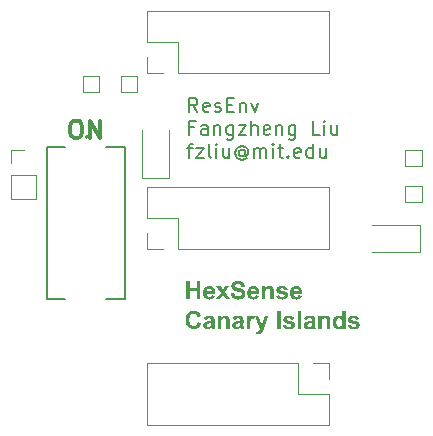
<source format=gbr>
%TF.GenerationSoftware,KiCad,Pcbnew,7.0.5*%
%TF.CreationDate,2024-01-18T17:38:35-05:00*%
%TF.ProjectId,CONN,434f4e4e-2e6b-4696-9361-645f70636258,rev?*%
%TF.SameCoordinates,Original*%
%TF.FileFunction,Legend,Top*%
%TF.FilePolarity,Positive*%
%FSLAX46Y46*%
G04 Gerber Fmt 4.6, Leading zero omitted, Abs format (unit mm)*
G04 Created by KiCad (PCBNEW 7.0.5) date 2024-01-18 17:38:35*
%MOMM*%
%LPD*%
G01*
G04 APERTURE LIST*
%ADD10C,0.200000*%
%ADD11C,0.300000*%
%ADD12C,0.120000*%
%ADD13C,0.127000*%
G04 APERTURE END LIST*
D10*
X146713006Y-91127363D02*
X146313006Y-90555935D01*
X146027292Y-91127363D02*
X146027292Y-89927363D01*
X146027292Y-89927363D02*
X146484435Y-89927363D01*
X146484435Y-89927363D02*
X146598720Y-89984506D01*
X146598720Y-89984506D02*
X146655863Y-90041649D01*
X146655863Y-90041649D02*
X146713006Y-90155935D01*
X146713006Y-90155935D02*
X146713006Y-90327363D01*
X146713006Y-90327363D02*
X146655863Y-90441649D01*
X146655863Y-90441649D02*
X146598720Y-90498792D01*
X146598720Y-90498792D02*
X146484435Y-90555935D01*
X146484435Y-90555935D02*
X146027292Y-90555935D01*
X147684435Y-91070221D02*
X147570149Y-91127363D01*
X147570149Y-91127363D02*
X147341578Y-91127363D01*
X147341578Y-91127363D02*
X147227292Y-91070221D01*
X147227292Y-91070221D02*
X147170149Y-90955935D01*
X147170149Y-90955935D02*
X147170149Y-90498792D01*
X147170149Y-90498792D02*
X147227292Y-90384506D01*
X147227292Y-90384506D02*
X147341578Y-90327363D01*
X147341578Y-90327363D02*
X147570149Y-90327363D01*
X147570149Y-90327363D02*
X147684435Y-90384506D01*
X147684435Y-90384506D02*
X147741578Y-90498792D01*
X147741578Y-90498792D02*
X147741578Y-90613078D01*
X147741578Y-90613078D02*
X147170149Y-90727363D01*
X148198720Y-91070221D02*
X148313006Y-91127363D01*
X148313006Y-91127363D02*
X148541577Y-91127363D01*
X148541577Y-91127363D02*
X148655863Y-91070221D01*
X148655863Y-91070221D02*
X148713006Y-90955935D01*
X148713006Y-90955935D02*
X148713006Y-90898792D01*
X148713006Y-90898792D02*
X148655863Y-90784506D01*
X148655863Y-90784506D02*
X148541577Y-90727363D01*
X148541577Y-90727363D02*
X148370149Y-90727363D01*
X148370149Y-90727363D02*
X148255863Y-90670221D01*
X148255863Y-90670221D02*
X148198720Y-90555935D01*
X148198720Y-90555935D02*
X148198720Y-90498792D01*
X148198720Y-90498792D02*
X148255863Y-90384506D01*
X148255863Y-90384506D02*
X148370149Y-90327363D01*
X148370149Y-90327363D02*
X148541577Y-90327363D01*
X148541577Y-90327363D02*
X148655863Y-90384506D01*
X149227292Y-90498792D02*
X149627292Y-90498792D01*
X149798720Y-91127363D02*
X149227292Y-91127363D01*
X149227292Y-91127363D02*
X149227292Y-89927363D01*
X149227292Y-89927363D02*
X149798720Y-89927363D01*
X150313006Y-90327363D02*
X150313006Y-91127363D01*
X150313006Y-90441649D02*
X150370149Y-90384506D01*
X150370149Y-90384506D02*
X150484434Y-90327363D01*
X150484434Y-90327363D02*
X150655863Y-90327363D01*
X150655863Y-90327363D02*
X150770149Y-90384506D01*
X150770149Y-90384506D02*
X150827292Y-90498792D01*
X150827292Y-90498792D02*
X150827292Y-91127363D01*
X151284434Y-90327363D02*
X151570148Y-91127363D01*
X151570148Y-91127363D02*
X151855863Y-90327363D01*
X146427292Y-92430792D02*
X146027292Y-92430792D01*
X146027292Y-93059363D02*
X146027292Y-91859363D01*
X146027292Y-91859363D02*
X146598720Y-91859363D01*
X147570149Y-93059363D02*
X147570149Y-92430792D01*
X147570149Y-92430792D02*
X147513006Y-92316506D01*
X147513006Y-92316506D02*
X147398720Y-92259363D01*
X147398720Y-92259363D02*
X147170149Y-92259363D01*
X147170149Y-92259363D02*
X147055863Y-92316506D01*
X147570149Y-93002221D02*
X147455863Y-93059363D01*
X147455863Y-93059363D02*
X147170149Y-93059363D01*
X147170149Y-93059363D02*
X147055863Y-93002221D01*
X147055863Y-93002221D02*
X146998720Y-92887935D01*
X146998720Y-92887935D02*
X146998720Y-92773649D01*
X146998720Y-92773649D02*
X147055863Y-92659363D01*
X147055863Y-92659363D02*
X147170149Y-92602221D01*
X147170149Y-92602221D02*
X147455863Y-92602221D01*
X147455863Y-92602221D02*
X147570149Y-92545078D01*
X148141577Y-92259363D02*
X148141577Y-93059363D01*
X148141577Y-92373649D02*
X148198720Y-92316506D01*
X148198720Y-92316506D02*
X148313005Y-92259363D01*
X148313005Y-92259363D02*
X148484434Y-92259363D01*
X148484434Y-92259363D02*
X148598720Y-92316506D01*
X148598720Y-92316506D02*
X148655863Y-92430792D01*
X148655863Y-92430792D02*
X148655863Y-93059363D01*
X149741577Y-92259363D02*
X149741577Y-93230792D01*
X149741577Y-93230792D02*
X149684434Y-93345078D01*
X149684434Y-93345078D02*
X149627291Y-93402221D01*
X149627291Y-93402221D02*
X149513005Y-93459363D01*
X149513005Y-93459363D02*
X149341577Y-93459363D01*
X149341577Y-93459363D02*
X149227291Y-93402221D01*
X149741577Y-93002221D02*
X149627291Y-93059363D01*
X149627291Y-93059363D02*
X149398719Y-93059363D01*
X149398719Y-93059363D02*
X149284434Y-93002221D01*
X149284434Y-93002221D02*
X149227291Y-92945078D01*
X149227291Y-92945078D02*
X149170148Y-92830792D01*
X149170148Y-92830792D02*
X149170148Y-92487935D01*
X149170148Y-92487935D02*
X149227291Y-92373649D01*
X149227291Y-92373649D02*
X149284434Y-92316506D01*
X149284434Y-92316506D02*
X149398719Y-92259363D01*
X149398719Y-92259363D02*
X149627291Y-92259363D01*
X149627291Y-92259363D02*
X149741577Y-92316506D01*
X150198719Y-92259363D02*
X150827291Y-92259363D01*
X150827291Y-92259363D02*
X150198719Y-93059363D01*
X150198719Y-93059363D02*
X150827291Y-93059363D01*
X151284434Y-93059363D02*
X151284434Y-91859363D01*
X151798720Y-93059363D02*
X151798720Y-92430792D01*
X151798720Y-92430792D02*
X151741577Y-92316506D01*
X151741577Y-92316506D02*
X151627291Y-92259363D01*
X151627291Y-92259363D02*
X151455862Y-92259363D01*
X151455862Y-92259363D02*
X151341577Y-92316506D01*
X151341577Y-92316506D02*
X151284434Y-92373649D01*
X152827291Y-93002221D02*
X152713005Y-93059363D01*
X152713005Y-93059363D02*
X152484434Y-93059363D01*
X152484434Y-93059363D02*
X152370148Y-93002221D01*
X152370148Y-93002221D02*
X152313005Y-92887935D01*
X152313005Y-92887935D02*
X152313005Y-92430792D01*
X152313005Y-92430792D02*
X152370148Y-92316506D01*
X152370148Y-92316506D02*
X152484434Y-92259363D01*
X152484434Y-92259363D02*
X152713005Y-92259363D01*
X152713005Y-92259363D02*
X152827291Y-92316506D01*
X152827291Y-92316506D02*
X152884434Y-92430792D01*
X152884434Y-92430792D02*
X152884434Y-92545078D01*
X152884434Y-92545078D02*
X152313005Y-92659363D01*
X153398719Y-92259363D02*
X153398719Y-93059363D01*
X153398719Y-92373649D02*
X153455862Y-92316506D01*
X153455862Y-92316506D02*
X153570147Y-92259363D01*
X153570147Y-92259363D02*
X153741576Y-92259363D01*
X153741576Y-92259363D02*
X153855862Y-92316506D01*
X153855862Y-92316506D02*
X153913005Y-92430792D01*
X153913005Y-92430792D02*
X153913005Y-93059363D01*
X154998719Y-92259363D02*
X154998719Y-93230792D01*
X154998719Y-93230792D02*
X154941576Y-93345078D01*
X154941576Y-93345078D02*
X154884433Y-93402221D01*
X154884433Y-93402221D02*
X154770147Y-93459363D01*
X154770147Y-93459363D02*
X154598719Y-93459363D01*
X154598719Y-93459363D02*
X154484433Y-93402221D01*
X154998719Y-93002221D02*
X154884433Y-93059363D01*
X154884433Y-93059363D02*
X154655861Y-93059363D01*
X154655861Y-93059363D02*
X154541576Y-93002221D01*
X154541576Y-93002221D02*
X154484433Y-92945078D01*
X154484433Y-92945078D02*
X154427290Y-92830792D01*
X154427290Y-92830792D02*
X154427290Y-92487935D01*
X154427290Y-92487935D02*
X154484433Y-92373649D01*
X154484433Y-92373649D02*
X154541576Y-92316506D01*
X154541576Y-92316506D02*
X154655861Y-92259363D01*
X154655861Y-92259363D02*
X154884433Y-92259363D01*
X154884433Y-92259363D02*
X154998719Y-92316506D01*
X157055861Y-93059363D02*
X156484433Y-93059363D01*
X156484433Y-93059363D02*
X156484433Y-91859363D01*
X157455862Y-93059363D02*
X157455862Y-92259363D01*
X157455862Y-91859363D02*
X157398719Y-91916506D01*
X157398719Y-91916506D02*
X157455862Y-91973649D01*
X157455862Y-91973649D02*
X157513005Y-91916506D01*
X157513005Y-91916506D02*
X157455862Y-91859363D01*
X157455862Y-91859363D02*
X157455862Y-91973649D01*
X158541577Y-92259363D02*
X158541577Y-93059363D01*
X158027291Y-92259363D02*
X158027291Y-92887935D01*
X158027291Y-92887935D02*
X158084434Y-93002221D01*
X158084434Y-93002221D02*
X158198719Y-93059363D01*
X158198719Y-93059363D02*
X158370148Y-93059363D01*
X158370148Y-93059363D02*
X158484434Y-93002221D01*
X158484434Y-93002221D02*
X158541577Y-92945078D01*
X145855863Y-94191363D02*
X146313006Y-94191363D01*
X146027292Y-94991363D02*
X146027292Y-93962792D01*
X146027292Y-93962792D02*
X146084435Y-93848506D01*
X146084435Y-93848506D02*
X146198720Y-93791363D01*
X146198720Y-93791363D02*
X146313006Y-93791363D01*
X146598720Y-94191363D02*
X147227292Y-94191363D01*
X147227292Y-94191363D02*
X146598720Y-94991363D01*
X146598720Y-94991363D02*
X147227292Y-94991363D01*
X147855863Y-94991363D02*
X147741578Y-94934221D01*
X147741578Y-94934221D02*
X147684435Y-94819935D01*
X147684435Y-94819935D02*
X147684435Y-93791363D01*
X148313006Y-94991363D02*
X148313006Y-94191363D01*
X148313006Y-93791363D02*
X148255863Y-93848506D01*
X148255863Y-93848506D02*
X148313006Y-93905649D01*
X148313006Y-93905649D02*
X148370149Y-93848506D01*
X148370149Y-93848506D02*
X148313006Y-93791363D01*
X148313006Y-93791363D02*
X148313006Y-93905649D01*
X149398721Y-94191363D02*
X149398721Y-94991363D01*
X148884435Y-94191363D02*
X148884435Y-94819935D01*
X148884435Y-94819935D02*
X148941578Y-94934221D01*
X148941578Y-94934221D02*
X149055863Y-94991363D01*
X149055863Y-94991363D02*
X149227292Y-94991363D01*
X149227292Y-94991363D02*
X149341578Y-94934221D01*
X149341578Y-94934221D02*
X149398721Y-94877078D01*
X150713006Y-94419935D02*
X150655863Y-94362792D01*
X150655863Y-94362792D02*
X150541577Y-94305649D01*
X150541577Y-94305649D02*
X150427292Y-94305649D01*
X150427292Y-94305649D02*
X150313006Y-94362792D01*
X150313006Y-94362792D02*
X150255863Y-94419935D01*
X150255863Y-94419935D02*
X150198720Y-94534221D01*
X150198720Y-94534221D02*
X150198720Y-94648506D01*
X150198720Y-94648506D02*
X150255863Y-94762792D01*
X150255863Y-94762792D02*
X150313006Y-94819935D01*
X150313006Y-94819935D02*
X150427292Y-94877078D01*
X150427292Y-94877078D02*
X150541577Y-94877078D01*
X150541577Y-94877078D02*
X150655863Y-94819935D01*
X150655863Y-94819935D02*
X150713006Y-94762792D01*
X150713006Y-94305649D02*
X150713006Y-94762792D01*
X150713006Y-94762792D02*
X150770149Y-94819935D01*
X150770149Y-94819935D02*
X150827292Y-94819935D01*
X150827292Y-94819935D02*
X150941577Y-94762792D01*
X150941577Y-94762792D02*
X150998720Y-94648506D01*
X150998720Y-94648506D02*
X150998720Y-94362792D01*
X150998720Y-94362792D02*
X150884435Y-94191363D01*
X150884435Y-94191363D02*
X150713006Y-94077078D01*
X150713006Y-94077078D02*
X150484435Y-94019935D01*
X150484435Y-94019935D02*
X150255863Y-94077078D01*
X150255863Y-94077078D02*
X150084435Y-94191363D01*
X150084435Y-94191363D02*
X149970149Y-94362792D01*
X149970149Y-94362792D02*
X149913006Y-94591363D01*
X149913006Y-94591363D02*
X149970149Y-94819935D01*
X149970149Y-94819935D02*
X150084435Y-94991363D01*
X150084435Y-94991363D02*
X150255863Y-95105649D01*
X150255863Y-95105649D02*
X150484435Y-95162792D01*
X150484435Y-95162792D02*
X150713006Y-95105649D01*
X150713006Y-95105649D02*
X150884435Y-94991363D01*
X151513006Y-94991363D02*
X151513006Y-94191363D01*
X151513006Y-94305649D02*
X151570149Y-94248506D01*
X151570149Y-94248506D02*
X151684434Y-94191363D01*
X151684434Y-94191363D02*
X151855863Y-94191363D01*
X151855863Y-94191363D02*
X151970149Y-94248506D01*
X151970149Y-94248506D02*
X152027292Y-94362792D01*
X152027292Y-94362792D02*
X152027292Y-94991363D01*
X152027292Y-94362792D02*
X152084434Y-94248506D01*
X152084434Y-94248506D02*
X152198720Y-94191363D01*
X152198720Y-94191363D02*
X152370149Y-94191363D01*
X152370149Y-94191363D02*
X152484434Y-94248506D01*
X152484434Y-94248506D02*
X152541577Y-94362792D01*
X152541577Y-94362792D02*
X152541577Y-94991363D01*
X153113006Y-94991363D02*
X153113006Y-94191363D01*
X153113006Y-93791363D02*
X153055863Y-93848506D01*
X153055863Y-93848506D02*
X153113006Y-93905649D01*
X153113006Y-93905649D02*
X153170149Y-93848506D01*
X153170149Y-93848506D02*
X153113006Y-93791363D01*
X153113006Y-93791363D02*
X153113006Y-93905649D01*
X153513006Y-94191363D02*
X153970149Y-94191363D01*
X153684435Y-93791363D02*
X153684435Y-94819935D01*
X153684435Y-94819935D02*
X153741578Y-94934221D01*
X153741578Y-94934221D02*
X153855863Y-94991363D01*
X153855863Y-94991363D02*
X153970149Y-94991363D01*
X154370149Y-94877078D02*
X154427292Y-94934221D01*
X154427292Y-94934221D02*
X154370149Y-94991363D01*
X154370149Y-94991363D02*
X154313006Y-94934221D01*
X154313006Y-94934221D02*
X154370149Y-94877078D01*
X154370149Y-94877078D02*
X154370149Y-94991363D01*
X155398721Y-94934221D02*
X155284435Y-94991363D01*
X155284435Y-94991363D02*
X155055864Y-94991363D01*
X155055864Y-94991363D02*
X154941578Y-94934221D01*
X154941578Y-94934221D02*
X154884435Y-94819935D01*
X154884435Y-94819935D02*
X154884435Y-94362792D01*
X154884435Y-94362792D02*
X154941578Y-94248506D01*
X154941578Y-94248506D02*
X155055864Y-94191363D01*
X155055864Y-94191363D02*
X155284435Y-94191363D01*
X155284435Y-94191363D02*
X155398721Y-94248506D01*
X155398721Y-94248506D02*
X155455864Y-94362792D01*
X155455864Y-94362792D02*
X155455864Y-94477078D01*
X155455864Y-94477078D02*
X154884435Y-94591363D01*
X156484435Y-94991363D02*
X156484435Y-93791363D01*
X156484435Y-94934221D02*
X156370149Y-94991363D01*
X156370149Y-94991363D02*
X156141577Y-94991363D01*
X156141577Y-94991363D02*
X156027292Y-94934221D01*
X156027292Y-94934221D02*
X155970149Y-94877078D01*
X155970149Y-94877078D02*
X155913006Y-94762792D01*
X155913006Y-94762792D02*
X155913006Y-94419935D01*
X155913006Y-94419935D02*
X155970149Y-94305649D01*
X155970149Y-94305649D02*
X156027292Y-94248506D01*
X156027292Y-94248506D02*
X156141577Y-94191363D01*
X156141577Y-94191363D02*
X156370149Y-94191363D01*
X156370149Y-94191363D02*
X156484435Y-94248506D01*
X157570149Y-94191363D02*
X157570149Y-94991363D01*
X157055863Y-94191363D02*
X157055863Y-94819935D01*
X157055863Y-94819935D02*
X157113006Y-94934221D01*
X157113006Y-94934221D02*
X157227291Y-94991363D01*
X157227291Y-94991363D02*
X157398720Y-94991363D01*
X157398720Y-94991363D02*
X157513006Y-94934221D01*
X157513006Y-94934221D02*
X157570149Y-94877078D01*
D11*
X136300225Y-91849449D02*
X136585939Y-91849449D01*
X136585939Y-91849449D02*
X136728796Y-91920878D01*
X136728796Y-91920878D02*
X136871653Y-92063735D01*
X136871653Y-92063735D02*
X136943082Y-92349449D01*
X136943082Y-92349449D02*
X136943082Y-92849449D01*
X136943082Y-92849449D02*
X136871653Y-93135163D01*
X136871653Y-93135163D02*
X136728796Y-93278021D01*
X136728796Y-93278021D02*
X136585939Y-93349449D01*
X136585939Y-93349449D02*
X136300225Y-93349449D01*
X136300225Y-93349449D02*
X136157368Y-93278021D01*
X136157368Y-93278021D02*
X136014510Y-93135163D01*
X136014510Y-93135163D02*
X135943082Y-92849449D01*
X135943082Y-92849449D02*
X135943082Y-92349449D01*
X135943082Y-92349449D02*
X136014510Y-92063735D01*
X136014510Y-92063735D02*
X136157368Y-91920878D01*
X136157368Y-91920878D02*
X136300225Y-91849449D01*
X137585939Y-93349449D02*
X137585939Y-91849449D01*
X137585939Y-91849449D02*
X138443082Y-93349449D01*
X138443082Y-93349449D02*
X138443082Y-91849449D01*
D10*
G36*
X145764605Y-106973621D02*
G01*
X145764605Y-105449545D01*
X146069420Y-105449545D01*
X146069420Y-106059175D01*
X146667327Y-106059175D01*
X146667327Y-105449545D01*
X146972142Y-105449545D01*
X146972142Y-106973621D01*
X146667327Y-106973621D01*
X146667327Y-106317096D01*
X146069420Y-106317096D01*
X146069420Y-106973621D01*
X145764605Y-106973621D01*
G37*
G36*
X147709395Y-105848307D02*
G01*
X147724344Y-105848781D01*
X147739091Y-105849569D01*
X147767982Y-105852094D01*
X147796069Y-105855881D01*
X147823352Y-105860930D01*
X147849830Y-105867241D01*
X147875504Y-105874814D01*
X147900374Y-105883650D01*
X147924440Y-105893748D01*
X147947701Y-105905108D01*
X147970158Y-105917730D01*
X147991811Y-105931615D01*
X148012659Y-105946762D01*
X148032703Y-105963171D01*
X148051943Y-105980842D01*
X148070379Y-105999776D01*
X148079295Y-106009716D01*
X148096395Y-106030583D01*
X148112342Y-106052793D01*
X148127135Y-106076344D01*
X148140775Y-106101238D01*
X148153262Y-106127475D01*
X148159072Y-106141097D01*
X148164595Y-106155054D01*
X148169829Y-106169347D01*
X148174774Y-106183975D01*
X148179431Y-106198939D01*
X148183800Y-106214239D01*
X148187881Y-106229874D01*
X148191673Y-106245845D01*
X148195176Y-106262151D01*
X148198392Y-106278793D01*
X148201319Y-106295771D01*
X148203957Y-106313084D01*
X148206308Y-106330733D01*
X148208369Y-106348718D01*
X148210143Y-106367038D01*
X148211628Y-106385693D01*
X148212825Y-106404684D01*
X148213733Y-106424011D01*
X148214353Y-106443674D01*
X148214685Y-106463671D01*
X148214728Y-106484005D01*
X148214483Y-106504674D01*
X147489082Y-106504674D01*
X147489699Y-106521112D01*
X147490816Y-106537086D01*
X147492435Y-106552596D01*
X147494554Y-106567643D01*
X147497175Y-106582226D01*
X147502044Y-106603231D01*
X147508041Y-106623193D01*
X147515165Y-106642112D01*
X147523416Y-106659987D01*
X147532793Y-106676819D01*
X147543298Y-106692608D01*
X147554930Y-106707353D01*
X147559057Y-106712036D01*
X147571918Y-106725262D01*
X147585358Y-106737187D01*
X147599378Y-106747811D01*
X147613978Y-106757134D01*
X147629157Y-106765156D01*
X147644915Y-106771877D01*
X147661254Y-106777297D01*
X147678172Y-106781417D01*
X147695669Y-106784235D01*
X147713746Y-106785753D01*
X147726120Y-106786042D01*
X147742726Y-106785521D01*
X147758657Y-106783958D01*
X147773913Y-106781354D01*
X147788493Y-106777707D01*
X147802398Y-106773019D01*
X147818829Y-106765693D01*
X147834204Y-106756740D01*
X147840059Y-106752703D01*
X147854044Y-106741292D01*
X147864434Y-106730733D01*
X147874114Y-106718903D01*
X147883084Y-106705803D01*
X147891345Y-106691432D01*
X147898895Y-106675790D01*
X147905736Y-106658877D01*
X147910401Y-106645358D01*
X148199096Y-106692253D01*
X148191883Y-106710614D01*
X148184166Y-106728420D01*
X148175946Y-106745670D01*
X148167222Y-106762366D01*
X148157994Y-106778506D01*
X148148263Y-106794091D01*
X148138027Y-106809120D01*
X148127288Y-106823594D01*
X148116046Y-106837513D01*
X148104299Y-106850877D01*
X148092049Y-106863685D01*
X148079295Y-106875939D01*
X148066037Y-106887637D01*
X148052275Y-106898779D01*
X148038010Y-106909367D01*
X148023241Y-106919399D01*
X148008030Y-106928804D01*
X147992346Y-106937602D01*
X147976190Y-106945794D01*
X147959562Y-106953379D01*
X147942462Y-106960357D01*
X147924889Y-106966728D01*
X147906844Y-106972493D01*
X147888327Y-106977651D01*
X147869338Y-106982201D01*
X147849876Y-106986146D01*
X147829942Y-106989483D01*
X147809536Y-106992213D01*
X147788658Y-106994337D01*
X147767307Y-106995854D01*
X147745484Y-106996764D01*
X147723189Y-106997068D01*
X147705474Y-106996885D01*
X147688049Y-106996337D01*
X147670915Y-106995422D01*
X147654072Y-106994143D01*
X147637519Y-106992497D01*
X147621256Y-106990486D01*
X147605284Y-106988109D01*
X147589603Y-106985367D01*
X147574212Y-106982259D01*
X147559112Y-106978785D01*
X147544302Y-106974946D01*
X147529783Y-106970741D01*
X147515554Y-106966170D01*
X147501616Y-106961234D01*
X147474610Y-106950265D01*
X147448767Y-106937833D01*
X147424087Y-106923938D01*
X147400568Y-106908581D01*
X147378211Y-106891761D01*
X147357016Y-106873479D01*
X147336983Y-106853734D01*
X147318113Y-106832526D01*
X147300404Y-106809856D01*
X147287317Y-106790773D01*
X147275074Y-106771078D01*
X147263675Y-106750771D01*
X147253120Y-106729851D01*
X147243410Y-106708318D01*
X147234545Y-106686173D01*
X147226523Y-106663416D01*
X147219346Y-106640046D01*
X147213013Y-106616063D01*
X147207525Y-106591468D01*
X147202881Y-106566261D01*
X147199082Y-106540441D01*
X147196126Y-106514008D01*
X147194015Y-106486963D01*
X147192749Y-106459305D01*
X147192327Y-106431035D01*
X147192466Y-106414069D01*
X147192882Y-106397335D01*
X147193576Y-106380833D01*
X147194548Y-106364563D01*
X147195797Y-106348524D01*
X147197324Y-106332718D01*
X147199129Y-106317143D01*
X147199135Y-106317096D01*
X147494211Y-106317096D01*
X147926887Y-106317096D01*
X147926290Y-106301534D01*
X147925233Y-106286447D01*
X147923714Y-106271835D01*
X147920573Y-106250809D01*
X147916394Y-106230851D01*
X147911179Y-106211963D01*
X147904927Y-106194143D01*
X147897638Y-106177393D01*
X147889312Y-106161711D01*
X147879949Y-106147099D01*
X147869550Y-106133556D01*
X147862041Y-106125121D01*
X147850196Y-106113336D01*
X147837882Y-106102710D01*
X147825098Y-106093243D01*
X147811843Y-106084935D01*
X147798118Y-106077787D01*
X147783924Y-106071798D01*
X147769259Y-106066968D01*
X147754123Y-106063297D01*
X147738518Y-106060785D01*
X147722443Y-106059433D01*
X147711465Y-106059175D01*
X147694029Y-106059784D01*
X147677166Y-106061610D01*
X147660876Y-106064652D01*
X147645159Y-106068913D01*
X147630015Y-106074390D01*
X147615445Y-106081084D01*
X147601447Y-106088996D01*
X147588023Y-106098124D01*
X147575172Y-106108470D01*
X147562894Y-106120033D01*
X147555027Y-106128418D01*
X147543972Y-106141905D01*
X147534024Y-106156260D01*
X147525184Y-106171486D01*
X147517452Y-106187580D01*
X147510828Y-106204544D01*
X147505311Y-106222378D01*
X147500901Y-106241081D01*
X147497600Y-106260653D01*
X147495406Y-106281094D01*
X147494320Y-106302405D01*
X147494211Y-106317096D01*
X147199135Y-106317096D01*
X147201211Y-106301800D01*
X147203571Y-106286689D01*
X147206209Y-106271810D01*
X147209124Y-106257162D01*
X147212317Y-106242747D01*
X147219535Y-106214611D01*
X147227864Y-106187403D01*
X147237304Y-106161122D01*
X147247854Y-106135768D01*
X147259515Y-106111342D01*
X147272286Y-106087843D01*
X147286168Y-106065272D01*
X147301160Y-106043628D01*
X147317263Y-106022911D01*
X147334476Y-106003122D01*
X147352540Y-105984355D01*
X147371193Y-105966800D01*
X147390435Y-105950455D01*
X147410268Y-105935321D01*
X147430690Y-105921398D01*
X147451701Y-105908685D01*
X147473302Y-105897184D01*
X147495493Y-105886892D01*
X147518274Y-105877812D01*
X147541644Y-105869942D01*
X147565603Y-105863283D01*
X147590153Y-105857835D01*
X147615291Y-105853598D01*
X147641020Y-105850571D01*
X147667338Y-105848755D01*
X147694246Y-105848149D01*
X147709395Y-105848307D01*
G37*
G36*
X148305708Y-106973621D02*
G01*
X148700282Y-106406122D01*
X148322194Y-105871597D01*
X148675369Y-105871597D01*
X148869176Y-106174580D01*
X149073241Y-105871597D01*
X149413227Y-105871597D01*
X149042466Y-106393666D01*
X149447299Y-106973621D01*
X149091926Y-106973621D01*
X148869176Y-106632169D01*
X148644595Y-106973621D01*
X148305708Y-106973621D01*
G37*
G36*
X149537424Y-106481227D02*
G01*
X149834180Y-106457780D01*
X149837737Y-106475614D01*
X149841724Y-106492848D01*
X149846141Y-106509480D01*
X149850987Y-106525511D01*
X149856262Y-106540941D01*
X149861966Y-106555771D01*
X149868100Y-106569999D01*
X149874663Y-106583626D01*
X149881655Y-106596652D01*
X149892949Y-106615064D01*
X149905208Y-106632123D01*
X149918434Y-106647830D01*
X149932626Y-106662185D01*
X149942623Y-106671004D01*
X149958513Y-106683182D01*
X149975407Y-106694162D01*
X149993306Y-106703944D01*
X150012210Y-106712529D01*
X150032118Y-106719915D01*
X150053031Y-106726104D01*
X150067531Y-106729565D01*
X150082477Y-106732493D01*
X150097870Y-106734888D01*
X150113710Y-106736752D01*
X150129996Y-106738083D01*
X150146728Y-106738881D01*
X150163907Y-106739147D01*
X150182034Y-106738908D01*
X150199594Y-106738191D01*
X150216587Y-106736996D01*
X150233013Y-106735323D01*
X150248872Y-106733172D01*
X150264165Y-106730544D01*
X150278891Y-106727437D01*
X150299918Y-106721880D01*
X150319669Y-106715248D01*
X150338146Y-106707540D01*
X150355347Y-106698757D01*
X150371273Y-106688899D01*
X150385924Y-106677965D01*
X150399281Y-106666244D01*
X150411323Y-106654162D01*
X150422053Y-106641720D01*
X150431468Y-106628918D01*
X150439569Y-106615754D01*
X150446357Y-106602230D01*
X150451831Y-106588346D01*
X150455991Y-106574100D01*
X150458838Y-106559494D01*
X150460370Y-106544528D01*
X150460662Y-106534350D01*
X150459893Y-106518248D01*
X150457586Y-106502915D01*
X150453739Y-106488352D01*
X150448355Y-106474558D01*
X150441432Y-106461533D01*
X150432970Y-106449277D01*
X150429155Y-106444590D01*
X150418173Y-106433260D01*
X150404919Y-106422394D01*
X150392680Y-106414036D01*
X150378988Y-106405976D01*
X150363841Y-106398214D01*
X150347240Y-106390749D01*
X150329185Y-106383582D01*
X150319612Y-106380110D01*
X150304013Y-106374878D01*
X150289511Y-106370338D01*
X150272607Y-106365270D01*
X150253301Y-106359673D01*
X150239096Y-106355649D01*
X150223823Y-106351390D01*
X150207483Y-106346896D01*
X150190075Y-106342168D01*
X150171599Y-106337205D01*
X150152056Y-106332007D01*
X150131445Y-106326575D01*
X150109767Y-106320907D01*
X150087021Y-106315006D01*
X150075247Y-106311967D01*
X150060071Y-106308025D01*
X150045181Y-106304030D01*
X150030576Y-106299982D01*
X150016257Y-106295881D01*
X149988475Y-106287520D01*
X149961835Y-106278948D01*
X149936336Y-106270164D01*
X149911980Y-106261168D01*
X149888766Y-106251960D01*
X149866694Y-106242541D01*
X149845764Y-106232909D01*
X149825976Y-106223066D01*
X149807330Y-106213011D01*
X149789827Y-106202744D01*
X149773465Y-106192266D01*
X149758245Y-106181575D01*
X149744167Y-106170673D01*
X149731231Y-106159559D01*
X149714373Y-106143589D01*
X149698602Y-106127187D01*
X149683919Y-106110353D01*
X149670323Y-106093087D01*
X149657815Y-106075388D01*
X149646395Y-106057258D01*
X149636062Y-106038695D01*
X149626817Y-106019700D01*
X149618660Y-106000272D01*
X149611590Y-105980413D01*
X149605608Y-105960121D01*
X149600714Y-105939397D01*
X149596907Y-105918241D01*
X149594188Y-105896653D01*
X149592557Y-105874632D01*
X149592013Y-105852179D01*
X149592586Y-105830467D01*
X149594305Y-105809019D01*
X149597171Y-105787834D01*
X149601183Y-105766914D01*
X149606342Y-105746258D01*
X149612647Y-105725865D01*
X149620098Y-105705737D01*
X149628695Y-105685873D01*
X149638439Y-105666273D01*
X149645571Y-105653353D01*
X149653213Y-105640550D01*
X149657226Y-105634193D01*
X149665648Y-105621652D01*
X149674519Y-105609492D01*
X149683840Y-105597712D01*
X149693610Y-105586313D01*
X149703830Y-105575295D01*
X149714499Y-105564658D01*
X149725617Y-105554401D01*
X149737185Y-105544525D01*
X149749202Y-105535030D01*
X149761668Y-105525915D01*
X149774584Y-105517181D01*
X149787949Y-105508827D01*
X149801763Y-105500855D01*
X149816027Y-105493263D01*
X149830741Y-105486051D01*
X149845903Y-105479221D01*
X149861534Y-105472788D01*
X149877559Y-105466770D01*
X149893980Y-105461167D01*
X149910795Y-105455979D01*
X149928006Y-105451207D01*
X149945612Y-105446849D01*
X149963612Y-105442906D01*
X149982008Y-105439379D01*
X150000798Y-105436266D01*
X150019983Y-105433568D01*
X150039564Y-105431286D01*
X150059539Y-105429418D01*
X150079910Y-105427965D01*
X150100675Y-105426928D01*
X150121836Y-105426305D01*
X150143391Y-105426098D01*
X150161022Y-105426223D01*
X150178379Y-105426597D01*
X150195461Y-105427222D01*
X150212267Y-105428096D01*
X150228800Y-105429219D01*
X150245057Y-105430593D01*
X150261040Y-105432216D01*
X150276748Y-105434089D01*
X150292181Y-105436212D01*
X150307339Y-105438584D01*
X150322223Y-105441206D01*
X150336831Y-105444078D01*
X150351165Y-105447200D01*
X150379009Y-105454192D01*
X150405754Y-105462184D01*
X150431399Y-105471174D01*
X150455946Y-105481163D01*
X150479393Y-105492151D01*
X150501741Y-105504138D01*
X150522990Y-105517124D01*
X150543140Y-105531109D01*
X150562191Y-105546092D01*
X150571304Y-105553959D01*
X150588768Y-105570275D01*
X150605165Y-105587258D01*
X150620493Y-105604908D01*
X150634754Y-105623225D01*
X150647948Y-105642208D01*
X150660073Y-105661859D01*
X150671132Y-105682176D01*
X150681122Y-105703161D01*
X150690045Y-105724812D01*
X150697900Y-105747130D01*
X150704688Y-105770115D01*
X150710408Y-105793767D01*
X150715061Y-105818086D01*
X150718646Y-105843072D01*
X150721163Y-105868725D01*
X150722613Y-105895044D01*
X150417431Y-105895044D01*
X150413395Y-105874512D01*
X150408566Y-105855095D01*
X150402945Y-105836791D01*
X150396532Y-105819602D01*
X150389326Y-105803526D01*
X150381329Y-105788565D01*
X150372539Y-105774718D01*
X150362958Y-105761985D01*
X150352584Y-105750366D01*
X150341418Y-105739862D01*
X150333534Y-105733477D01*
X150320877Y-105724639D01*
X150307087Y-105716669D01*
X150292164Y-105709569D01*
X150276106Y-105703338D01*
X150258916Y-105697977D01*
X150240592Y-105693485D01*
X150221135Y-105689863D01*
X150200544Y-105687109D01*
X150178820Y-105685226D01*
X150163707Y-105684453D01*
X150148091Y-105684067D01*
X150140094Y-105684018D01*
X150123739Y-105684227D01*
X150107831Y-105684854D01*
X150092369Y-105685899D01*
X150077354Y-105687361D01*
X150062785Y-105689242D01*
X150041769Y-105692846D01*
X150021758Y-105697391D01*
X150002751Y-105702875D01*
X149984750Y-105709300D01*
X149967752Y-105716665D01*
X149951760Y-105724971D01*
X149936772Y-105734217D01*
X149931999Y-105737507D01*
X149918067Y-105748842D01*
X149906496Y-105761321D01*
X149897287Y-105774945D01*
X149890439Y-105789714D01*
X149885953Y-105805628D01*
X149883828Y-105822687D01*
X149883639Y-105829831D01*
X149884748Y-105845836D01*
X149888075Y-105861108D01*
X149893621Y-105875646D01*
X149901384Y-105889451D01*
X149911366Y-105902523D01*
X149923567Y-105914861D01*
X149929068Y-105919590D01*
X149941305Y-105928582D01*
X149956446Y-105937695D01*
X149974492Y-105946932D01*
X149988137Y-105953157D01*
X150003072Y-105959437D01*
X150019298Y-105965771D01*
X150036814Y-105972159D01*
X150055622Y-105978602D01*
X150075721Y-105985099D01*
X150097110Y-105991651D01*
X150119790Y-105998257D01*
X150143761Y-106004917D01*
X150169023Y-106011632D01*
X150195576Y-106018401D01*
X150209337Y-106021806D01*
X150236727Y-106028592D01*
X150263209Y-106035396D01*
X150288785Y-106042217D01*
X150313453Y-106049054D01*
X150337213Y-106055909D01*
X150360067Y-106062782D01*
X150382013Y-106069671D01*
X150403052Y-106076578D01*
X150423183Y-106083501D01*
X150442407Y-106090442D01*
X150460724Y-106097400D01*
X150478133Y-106104375D01*
X150494636Y-106111368D01*
X150510230Y-106118377D01*
X150524918Y-106125404D01*
X150538698Y-106132448D01*
X150551843Y-106139662D01*
X150564624Y-106147200D01*
X150577042Y-106155061D01*
X150594987Y-106167459D01*
X150612114Y-106180585D01*
X150628423Y-106194438D01*
X150643915Y-106209020D01*
X150658588Y-106224329D01*
X150672444Y-106240365D01*
X150685482Y-106257130D01*
X150697702Y-106274622D01*
X150705394Y-106286687D01*
X150716197Y-106305431D01*
X150725937Y-106324980D01*
X150731841Y-106338459D01*
X150737272Y-106352297D01*
X150742231Y-106366492D01*
X150746717Y-106381045D01*
X150750731Y-106395956D01*
X150754273Y-106411224D01*
X150757343Y-106426850D01*
X150759941Y-106442835D01*
X150762066Y-106459176D01*
X150763719Y-106475876D01*
X150764899Y-106492933D01*
X150765608Y-106510349D01*
X150765844Y-106528122D01*
X150765562Y-106544360D01*
X150764716Y-106560470D01*
X150763307Y-106576452D01*
X150761333Y-106592304D01*
X150758796Y-106608028D01*
X150755694Y-106623622D01*
X150752029Y-106639088D01*
X150747800Y-106654426D01*
X150743008Y-106669634D01*
X150737651Y-106684714D01*
X150731731Y-106699664D01*
X150725246Y-106714486D01*
X150718198Y-106729180D01*
X150710586Y-106743744D01*
X150702410Y-106758180D01*
X150693670Y-106772487D01*
X150684415Y-106786500D01*
X150674694Y-106800055D01*
X150664506Y-106813153D01*
X150653851Y-106825793D01*
X150642730Y-106837974D01*
X150631142Y-106849698D01*
X150619088Y-106860963D01*
X150606567Y-106871771D01*
X150593580Y-106882121D01*
X150580126Y-106892013D01*
X150566205Y-106901447D01*
X150551818Y-106910423D01*
X150536965Y-106918941D01*
X150521645Y-106927001D01*
X150505858Y-106934603D01*
X150489605Y-106941747D01*
X150472866Y-106948446D01*
X150455619Y-106954713D01*
X150437866Y-106960547D01*
X150419607Y-106965950D01*
X150400841Y-106970920D01*
X150381568Y-106975458D01*
X150361788Y-106979564D01*
X150341502Y-106983238D01*
X150320710Y-106986479D01*
X150299411Y-106989288D01*
X150277605Y-106991665D01*
X150255292Y-106993610D01*
X150232473Y-106995123D01*
X150209148Y-106996203D01*
X150185315Y-106996852D01*
X150160976Y-106997068D01*
X150143200Y-106996939D01*
X150125684Y-106996554D01*
X150108427Y-106995912D01*
X150091430Y-106995013D01*
X150074693Y-106993857D01*
X150058216Y-106992444D01*
X150041998Y-106990774D01*
X150026040Y-106988848D01*
X150010342Y-106986664D01*
X149994903Y-106984224D01*
X149979725Y-106981526D01*
X149964806Y-106978572D01*
X149950146Y-106975361D01*
X149935747Y-106971893D01*
X149907727Y-106964187D01*
X149880746Y-106955453D01*
X149854805Y-106945691D01*
X149829902Y-106934902D01*
X149806038Y-106923085D01*
X149783213Y-106910241D01*
X149761428Y-106896369D01*
X149740681Y-106881470D01*
X149720973Y-106865543D01*
X149702267Y-106848586D01*
X149684525Y-106830687D01*
X149667749Y-106811846D01*
X149651936Y-106792064D01*
X149637088Y-106771340D01*
X149623205Y-106749675D01*
X149610287Y-106727067D01*
X149598333Y-106703518D01*
X149587343Y-106679028D01*
X149577318Y-106653596D01*
X149568258Y-106627222D01*
X149560162Y-106599906D01*
X149553031Y-106571649D01*
X149549827Y-106557167D01*
X149546864Y-106542450D01*
X149544142Y-106527497D01*
X149541662Y-106512309D01*
X149539423Y-106496886D01*
X149537424Y-106481227D01*
G37*
G36*
X151444845Y-105848307D02*
G01*
X151459794Y-105848781D01*
X151474541Y-105849569D01*
X151503432Y-105852094D01*
X151531519Y-105855881D01*
X151558802Y-105860930D01*
X151585280Y-105867241D01*
X151610954Y-105874814D01*
X151635824Y-105883650D01*
X151659890Y-105893748D01*
X151683151Y-105905108D01*
X151705608Y-105917730D01*
X151727261Y-105931615D01*
X151748109Y-105946762D01*
X151768153Y-105963171D01*
X151787393Y-105980842D01*
X151805829Y-105999776D01*
X151814745Y-106009716D01*
X151831845Y-106030583D01*
X151847792Y-106052793D01*
X151862585Y-106076344D01*
X151876225Y-106101238D01*
X151888712Y-106127475D01*
X151894522Y-106141097D01*
X151900045Y-106155054D01*
X151905279Y-106169347D01*
X151910224Y-106183975D01*
X151914881Y-106198939D01*
X151919250Y-106214239D01*
X151923331Y-106229874D01*
X151927123Y-106245845D01*
X151930626Y-106262151D01*
X151933842Y-106278793D01*
X151936769Y-106295771D01*
X151939407Y-106313084D01*
X151941758Y-106330733D01*
X151943820Y-106348718D01*
X151945593Y-106367038D01*
X151947078Y-106385693D01*
X151948275Y-106404684D01*
X151949183Y-106424011D01*
X151949803Y-106443674D01*
X151950135Y-106463671D01*
X151950178Y-106484005D01*
X151949933Y-106504674D01*
X151224532Y-106504674D01*
X151225149Y-106521112D01*
X151226266Y-106537086D01*
X151227885Y-106552596D01*
X151230005Y-106567643D01*
X151232625Y-106582226D01*
X151237495Y-106603231D01*
X151243491Y-106623193D01*
X151250615Y-106642112D01*
X151258866Y-106659987D01*
X151268243Y-106676819D01*
X151278748Y-106692608D01*
X151290380Y-106707353D01*
X151294508Y-106712036D01*
X151307368Y-106725262D01*
X151320808Y-106737187D01*
X151334828Y-106747811D01*
X151349428Y-106757134D01*
X151364607Y-106765156D01*
X151380366Y-106771877D01*
X151396704Y-106777297D01*
X151413622Y-106781417D01*
X151431119Y-106784235D01*
X151449196Y-106785753D01*
X151461570Y-106786042D01*
X151478176Y-106785521D01*
X151494107Y-106783958D01*
X151509363Y-106781354D01*
X151523943Y-106777707D01*
X151537848Y-106773019D01*
X151554279Y-106765693D01*
X151569654Y-106756740D01*
X151575509Y-106752703D01*
X151589494Y-106741292D01*
X151599884Y-106730733D01*
X151609564Y-106718903D01*
X151618535Y-106705803D01*
X151626795Y-106691432D01*
X151634345Y-106675790D01*
X151641186Y-106658877D01*
X151645851Y-106645358D01*
X151934546Y-106692253D01*
X151927333Y-106710614D01*
X151919617Y-106728420D01*
X151911396Y-106745670D01*
X151902672Y-106762366D01*
X151893444Y-106778506D01*
X151883713Y-106794091D01*
X151873478Y-106809120D01*
X151862739Y-106823594D01*
X151851496Y-106837513D01*
X151839749Y-106850877D01*
X151827499Y-106863685D01*
X151814745Y-106875939D01*
X151801487Y-106887637D01*
X151787725Y-106898779D01*
X151773460Y-106909367D01*
X151758691Y-106919399D01*
X151743480Y-106928804D01*
X151727796Y-106937602D01*
X151711640Y-106945794D01*
X151695012Y-106953379D01*
X151677912Y-106960357D01*
X151660339Y-106966728D01*
X151642295Y-106972493D01*
X151623777Y-106977651D01*
X151604788Y-106982201D01*
X151585326Y-106986146D01*
X151565392Y-106989483D01*
X151544986Y-106992213D01*
X151524108Y-106994337D01*
X151502757Y-106995854D01*
X151480934Y-106996764D01*
X151458639Y-106997068D01*
X151440924Y-106996885D01*
X151423499Y-106996337D01*
X151406365Y-106995422D01*
X151389522Y-106994143D01*
X151372969Y-106992497D01*
X151356706Y-106990486D01*
X151340735Y-106988109D01*
X151325053Y-106985367D01*
X151309662Y-106982259D01*
X151294562Y-106978785D01*
X151279752Y-106974946D01*
X151265233Y-106970741D01*
X151251004Y-106966170D01*
X151237066Y-106961234D01*
X151210061Y-106950265D01*
X151184218Y-106937833D01*
X151159537Y-106923938D01*
X151136018Y-106908581D01*
X151113661Y-106891761D01*
X151092466Y-106873479D01*
X151072434Y-106853734D01*
X151053563Y-106832526D01*
X151035854Y-106809856D01*
X151022767Y-106790773D01*
X151010524Y-106771078D01*
X150999125Y-106750771D01*
X150988570Y-106729851D01*
X150978860Y-106708318D01*
X150969995Y-106686173D01*
X150961973Y-106663416D01*
X150954796Y-106640046D01*
X150948464Y-106616063D01*
X150942975Y-106591468D01*
X150938331Y-106566261D01*
X150934532Y-106540441D01*
X150931576Y-106514008D01*
X150929466Y-106486963D01*
X150928199Y-106459305D01*
X150927777Y-106431035D01*
X150927916Y-106414069D01*
X150928332Y-106397335D01*
X150929026Y-106380833D01*
X150929998Y-106364563D01*
X150931247Y-106348524D01*
X150932774Y-106332718D01*
X150934579Y-106317143D01*
X150934585Y-106317096D01*
X151229661Y-106317096D01*
X151662337Y-106317096D01*
X151661740Y-106301534D01*
X151660683Y-106286447D01*
X151659164Y-106271835D01*
X151656023Y-106250809D01*
X151651844Y-106230851D01*
X151646629Y-106211963D01*
X151640377Y-106194143D01*
X151633088Y-106177393D01*
X151624762Y-106161711D01*
X151615399Y-106147099D01*
X151605000Y-106133556D01*
X151597491Y-106125121D01*
X151585647Y-106113336D01*
X151573332Y-106102710D01*
X151560548Y-106093243D01*
X151547293Y-106084935D01*
X151533568Y-106077787D01*
X151519374Y-106071798D01*
X151504709Y-106066968D01*
X151489574Y-106063297D01*
X151473968Y-106060785D01*
X151457893Y-106059433D01*
X151446915Y-106059175D01*
X151429479Y-106059784D01*
X151412616Y-106061610D01*
X151396326Y-106064652D01*
X151380609Y-106068913D01*
X151365465Y-106074390D01*
X151350895Y-106081084D01*
X151336897Y-106088996D01*
X151323473Y-106098124D01*
X151310622Y-106108470D01*
X151298344Y-106120033D01*
X151290478Y-106128418D01*
X151279422Y-106141905D01*
X151269475Y-106156260D01*
X151260635Y-106171486D01*
X151252902Y-106187580D01*
X151246278Y-106204544D01*
X151240761Y-106222378D01*
X151236351Y-106241081D01*
X151233050Y-106260653D01*
X151230856Y-106281094D01*
X151229770Y-106302405D01*
X151229661Y-106317096D01*
X150934585Y-106317096D01*
X150936661Y-106301800D01*
X150939021Y-106286689D01*
X150941659Y-106271810D01*
X150944574Y-106257162D01*
X150947767Y-106242747D01*
X150954985Y-106214611D01*
X150963314Y-106187403D01*
X150972754Y-106161122D01*
X150983304Y-106135768D01*
X150994965Y-106111342D01*
X151007736Y-106087843D01*
X151021618Y-106065272D01*
X151036610Y-106043628D01*
X151052713Y-106022911D01*
X151069926Y-106003122D01*
X151087990Y-105984355D01*
X151106643Y-105966800D01*
X151125886Y-105950455D01*
X151145718Y-105935321D01*
X151166140Y-105921398D01*
X151187151Y-105908685D01*
X151208753Y-105897184D01*
X151230943Y-105886892D01*
X151253724Y-105877812D01*
X151277094Y-105869942D01*
X151301053Y-105863283D01*
X151325603Y-105857835D01*
X151350742Y-105853598D01*
X151376470Y-105850571D01*
X151402788Y-105848755D01*
X151429696Y-105848149D01*
X151444845Y-105848307D01*
G37*
G36*
X153175422Y-106973621D02*
G01*
X152885994Y-106973621D01*
X152885994Y-106404657D01*
X152885921Y-106382578D01*
X152885702Y-106361494D01*
X152885337Y-106341407D01*
X152884826Y-106322316D01*
X152884169Y-106304221D01*
X152883366Y-106287123D01*
X152882418Y-106271020D01*
X152881323Y-106255913D01*
X152879407Y-106235120D01*
X152877163Y-106216569D01*
X152874590Y-106200258D01*
X152870648Y-106181997D01*
X152867309Y-106170916D01*
X152861012Y-106154897D01*
X152853571Y-106140040D01*
X152844984Y-106126346D01*
X152835252Y-106113815D01*
X152824376Y-106102447D01*
X152812355Y-106092241D01*
X152807226Y-106088484D01*
X152793762Y-106080041D01*
X152779476Y-106073028D01*
X152764367Y-106067447D01*
X152748436Y-106063297D01*
X152731681Y-106060578D01*
X152714103Y-106059290D01*
X152706842Y-106059175D01*
X152688220Y-106059834D01*
X152670091Y-106061809D01*
X152652454Y-106065100D01*
X152635309Y-106069708D01*
X152618657Y-106075633D01*
X152602497Y-106082874D01*
X152586829Y-106091433D01*
X152571653Y-106101307D01*
X152557308Y-106112184D01*
X152544130Y-106123930D01*
X152532120Y-106136547D01*
X152521278Y-106150034D01*
X152511604Y-106164391D01*
X152503097Y-106179618D01*
X152495759Y-106195715D01*
X152489588Y-106212682D01*
X152484436Y-106231830D01*
X152481023Y-106248603D01*
X152477996Y-106267443D01*
X152475355Y-106288351D01*
X152473810Y-106303438D01*
X152472436Y-106319443D01*
X152471234Y-106336367D01*
X152470203Y-106354211D01*
X152469345Y-106372972D01*
X152468658Y-106392653D01*
X152468143Y-106413252D01*
X152467799Y-106434771D01*
X152467627Y-106457208D01*
X152467606Y-106468771D01*
X152467606Y-106973621D01*
X152178178Y-106973621D01*
X152178178Y-105871597D01*
X152447090Y-105871597D01*
X152447090Y-106032431D01*
X152465285Y-106010115D01*
X152484058Y-105989240D01*
X152503409Y-105969804D01*
X152523339Y-105951808D01*
X152543847Y-105935251D01*
X152564933Y-105920134D01*
X152586597Y-105906457D01*
X152608839Y-105894220D01*
X152631660Y-105883422D01*
X152655058Y-105874064D01*
X152679035Y-105866146D01*
X152703590Y-105859667D01*
X152728723Y-105854628D01*
X152754435Y-105851029D01*
X152780724Y-105848869D01*
X152807592Y-105848149D01*
X152825441Y-105848455D01*
X152842995Y-105849373D01*
X152860252Y-105850903D01*
X152877213Y-105853044D01*
X152893877Y-105855797D01*
X152910246Y-105859162D01*
X152926318Y-105863139D01*
X152942093Y-105867727D01*
X152957573Y-105872927D01*
X152972756Y-105878739D01*
X152982714Y-105882954D01*
X152997279Y-105889647D01*
X153011162Y-105896676D01*
X153024362Y-105904039D01*
X153036879Y-105911737D01*
X153052506Y-105922521D01*
X153066921Y-105933902D01*
X153080121Y-105945877D01*
X153092108Y-105958448D01*
X153102882Y-105971614D01*
X153112659Y-105985307D01*
X153121658Y-105999458D01*
X153129878Y-106014067D01*
X153137320Y-106029133D01*
X153143983Y-106044658D01*
X153149868Y-106060641D01*
X153154974Y-106077081D01*
X153159302Y-106093980D01*
X153163080Y-106111943D01*
X153165583Y-106126633D01*
X153167802Y-106142366D01*
X153169739Y-106159142D01*
X153171392Y-106176961D01*
X153172761Y-106195824D01*
X153173847Y-106215730D01*
X153174650Y-106236679D01*
X153175170Y-106258672D01*
X153175359Y-106273913D01*
X153175422Y-106289618D01*
X153175422Y-106973621D01*
G37*
G36*
X153360436Y-106668805D02*
G01*
X153650963Y-106621911D01*
X153654798Y-106636682D01*
X153659296Y-106650771D01*
X153666325Y-106668493D01*
X153674534Y-106685003D01*
X153683922Y-106700298D01*
X153694490Y-106714381D01*
X153706236Y-106727249D01*
X153719162Y-106738904D01*
X153726067Y-106744276D01*
X153740974Y-106754065D01*
X153757300Y-106762549D01*
X153775046Y-106769727D01*
X153789286Y-106774255D01*
X153804326Y-106778048D01*
X153820164Y-106781107D01*
X153836801Y-106783432D01*
X153854236Y-106785022D01*
X153872470Y-106785879D01*
X153885069Y-106786042D01*
X153905603Y-106785678D01*
X153925165Y-106784587D01*
X153943754Y-106782767D01*
X153961370Y-106780220D01*
X153978015Y-106776945D01*
X153993686Y-106772943D01*
X154008386Y-106768213D01*
X154022112Y-106762755D01*
X154038902Y-106754346D01*
X154053963Y-106744643D01*
X154066912Y-106733218D01*
X154077182Y-106720377D01*
X154084772Y-106706119D01*
X154089684Y-106690444D01*
X154091916Y-106673352D01*
X154092065Y-106667340D01*
X154090783Y-106651563D01*
X154086936Y-106637207D01*
X154079543Y-106622752D01*
X154071549Y-106612752D01*
X154059515Y-106603916D01*
X154045098Y-106596566D01*
X154030191Y-106590598D01*
X154012655Y-106584773D01*
X153996732Y-106580217D01*
X153979127Y-106575752D01*
X153974462Y-106574650D01*
X153952822Y-106569831D01*
X153931683Y-106565038D01*
X153911045Y-106560271D01*
X153890908Y-106555530D01*
X153871272Y-106550815D01*
X153852137Y-106546125D01*
X153833502Y-106541461D01*
X153815368Y-106536823D01*
X153797736Y-106532210D01*
X153780604Y-106527624D01*
X153763973Y-106523063D01*
X153747843Y-106518527D01*
X153732214Y-106514018D01*
X153717086Y-106509534D01*
X153702458Y-106505076D01*
X153688332Y-106500644D01*
X153661581Y-106491857D01*
X153636835Y-106483173D01*
X153614091Y-106474592D01*
X153593352Y-106466114D01*
X153574616Y-106457740D01*
X153557883Y-106449468D01*
X153543154Y-106441299D01*
X153530429Y-106433233D01*
X153514724Y-106421833D01*
X153500032Y-106409889D01*
X153486353Y-106397401D01*
X153473688Y-106384369D01*
X153462036Y-106370794D01*
X153451397Y-106356675D01*
X153441771Y-106342011D01*
X153433159Y-106326804D01*
X153425560Y-106311054D01*
X153418974Y-106294759D01*
X153413401Y-106277921D01*
X153408842Y-106260538D01*
X153405295Y-106242612D01*
X153402762Y-106224142D01*
X153401242Y-106205129D01*
X153400736Y-106185571D01*
X153401174Y-106167890D01*
X153402487Y-106150566D01*
X153404677Y-106133600D01*
X153407742Y-106116992D01*
X153411684Y-106100742D01*
X153416501Y-106084849D01*
X153422194Y-106069315D01*
X153428763Y-106054138D01*
X153436207Y-106039319D01*
X153444528Y-106024857D01*
X153453724Y-106010754D01*
X153463796Y-105997008D01*
X153474744Y-105983620D01*
X153486568Y-105970590D01*
X153499268Y-105957917D01*
X153512843Y-105945602D01*
X153527385Y-105933801D01*
X153542891Y-105922762D01*
X153559361Y-105912484D01*
X153576797Y-105902967D01*
X153595196Y-105894211D01*
X153614561Y-105886217D01*
X153634890Y-105878984D01*
X153656183Y-105872513D01*
X153678441Y-105866803D01*
X153701664Y-105861854D01*
X153725851Y-105857666D01*
X153751003Y-105854240D01*
X153777119Y-105851576D01*
X153804200Y-105849672D01*
X153832246Y-105848530D01*
X153861256Y-105848149D01*
X153888877Y-105848450D01*
X153915598Y-105849352D01*
X153941416Y-105850854D01*
X153966333Y-105852958D01*
X153990349Y-105855663D01*
X154013463Y-105858969D01*
X154035675Y-105862876D01*
X154056986Y-105867384D01*
X154077395Y-105872493D01*
X154096902Y-105878203D01*
X154115508Y-105884514D01*
X154133212Y-105891426D01*
X154150015Y-105898940D01*
X154165916Y-105907054D01*
X154180916Y-105915769D01*
X154195013Y-105925086D01*
X154208439Y-105934992D01*
X154221329Y-105945476D01*
X154233683Y-105956539D01*
X154245503Y-105968180D01*
X154256787Y-105980398D01*
X154267536Y-105993195D01*
X154277750Y-106006571D01*
X154287429Y-106020524D01*
X154296572Y-106035055D01*
X154305180Y-106050165D01*
X154313253Y-106065853D01*
X154320791Y-106082119D01*
X154327793Y-106098963D01*
X154334261Y-106116385D01*
X154340192Y-106134386D01*
X154345589Y-106152965D01*
X154072281Y-106199859D01*
X154067393Y-106183321D01*
X154061519Y-106167779D01*
X154054662Y-106153234D01*
X154046819Y-106139684D01*
X154037992Y-106127130D01*
X154028180Y-106115572D01*
X154017384Y-106105011D01*
X154005603Y-106095445D01*
X153992769Y-106086945D01*
X153978630Y-106079577D01*
X153963185Y-106073343D01*
X153946435Y-106068243D01*
X153928380Y-106064276D01*
X153909020Y-106061442D01*
X153893644Y-106060061D01*
X153877533Y-106059317D01*
X153866385Y-106059175D01*
X153845522Y-106059455D01*
X153825800Y-106060296D01*
X153807217Y-106061697D01*
X153789775Y-106063658D01*
X153773472Y-106066179D01*
X153758309Y-106069260D01*
X153739865Y-106074241D01*
X153723447Y-106080217D01*
X153709056Y-106087189D01*
X153702620Y-106091049D01*
X153689772Y-106101635D01*
X153680080Y-106113519D01*
X153673543Y-106126700D01*
X153670162Y-106141178D01*
X153669647Y-106150034D01*
X153671456Y-106164848D01*
X153676883Y-106178518D01*
X153685927Y-106191044D01*
X153696809Y-106201064D01*
X153698590Y-106202424D01*
X153711390Y-106210031D01*
X153724927Y-106216226D01*
X153741838Y-106222839D01*
X153762124Y-106229870D01*
X153777523Y-106234790D01*
X153794421Y-106239896D01*
X153812820Y-106245189D01*
X153832718Y-106250667D01*
X153854116Y-106256331D01*
X153877014Y-106262182D01*
X153901411Y-106268218D01*
X153927309Y-106274440D01*
X153954706Y-106280849D01*
X153968967Y-106284123D01*
X153983279Y-106287421D01*
X154011089Y-106294159D01*
X154037810Y-106301085D01*
X154063444Y-106308201D01*
X154087991Y-106315505D01*
X154111449Y-106322998D01*
X154133821Y-106330681D01*
X154155104Y-106338552D01*
X154175300Y-106346612D01*
X154194408Y-106354861D01*
X154212429Y-106363298D01*
X154229362Y-106371925D01*
X154245207Y-106380741D01*
X154259964Y-106389745D01*
X154273634Y-106398939D01*
X154286217Y-106408321D01*
X154292100Y-106413083D01*
X154303058Y-106422986D01*
X154318169Y-106438743D01*
X154331690Y-106455581D01*
X154343620Y-106473502D01*
X154353960Y-106492504D01*
X154362708Y-106512588D01*
X154367657Y-106526579D01*
X154371899Y-106541050D01*
X154375434Y-106556002D01*
X154378262Y-106571436D01*
X154380383Y-106587349D01*
X154381797Y-106603744D01*
X154382504Y-106620620D01*
X154382592Y-106629238D01*
X154382101Y-106647897D01*
X154380628Y-106666229D01*
X154378174Y-106684236D01*
X154374738Y-106701916D01*
X154370320Y-106719269D01*
X154364921Y-106736297D01*
X154358539Y-106752998D01*
X154351176Y-106769372D01*
X154342831Y-106785421D01*
X154333505Y-106801143D01*
X154323197Y-106816539D01*
X154311907Y-106831609D01*
X154299635Y-106846352D01*
X154286381Y-106860769D01*
X154272146Y-106874860D01*
X154256929Y-106888624D01*
X154240750Y-106901756D01*
X154223630Y-106914041D01*
X154205568Y-106925478D01*
X154186564Y-106936068D01*
X154166619Y-106945811D01*
X154145732Y-106954707D01*
X154123903Y-106962756D01*
X154101133Y-106969957D01*
X154077421Y-106976311D01*
X154052767Y-106981818D01*
X154027171Y-106986478D01*
X154000634Y-106990290D01*
X153973156Y-106993255D01*
X153944735Y-106995373D01*
X153915373Y-106996644D01*
X153900339Y-106996962D01*
X153885069Y-106997068D01*
X153857453Y-106996723D01*
X153830567Y-106995688D01*
X153804410Y-106993964D01*
X153778984Y-106991549D01*
X153754287Y-106988445D01*
X153730320Y-106984651D01*
X153707084Y-106980168D01*
X153684576Y-106974994D01*
X153662799Y-106969131D01*
X153641752Y-106962578D01*
X153621434Y-106955335D01*
X153601847Y-106947403D01*
X153582989Y-106938780D01*
X153564861Y-106929468D01*
X153547463Y-106919466D01*
X153530795Y-106908774D01*
X153514888Y-106897490D01*
X153499683Y-106885710D01*
X153485178Y-106873436D01*
X153471375Y-106860666D01*
X153458274Y-106847401D01*
X153445873Y-106833641D01*
X153434174Y-106819385D01*
X153423176Y-106804635D01*
X153412879Y-106789389D01*
X153403283Y-106773649D01*
X153394389Y-106757413D01*
X153386196Y-106740682D01*
X153378704Y-106723455D01*
X153371913Y-106705734D01*
X153365824Y-106687517D01*
X153360436Y-106668805D01*
G37*
G36*
X155063059Y-105848307D02*
G01*
X155078007Y-105848781D01*
X155092754Y-105849569D01*
X155121646Y-105852094D01*
X155149733Y-105855881D01*
X155177015Y-105860930D01*
X155203494Y-105867241D01*
X155229168Y-105874814D01*
X155254038Y-105883650D01*
X155278103Y-105893748D01*
X155301365Y-105905108D01*
X155323821Y-105917730D01*
X155345474Y-105931615D01*
X155366323Y-105946762D01*
X155386367Y-105963171D01*
X155405607Y-105980842D01*
X155424042Y-105999776D01*
X155432958Y-106009716D01*
X155450059Y-106030583D01*
X155466006Y-106052793D01*
X155480799Y-106076344D01*
X155494439Y-106101238D01*
X155506925Y-106127475D01*
X155512736Y-106141097D01*
X155518258Y-106155054D01*
X155523492Y-106169347D01*
X155528438Y-106183975D01*
X155533095Y-106198939D01*
X155537464Y-106214239D01*
X155541544Y-106229874D01*
X155545336Y-106245845D01*
X155548840Y-106262151D01*
X155552055Y-106278793D01*
X155554982Y-106295771D01*
X155557621Y-106313084D01*
X155559971Y-106330733D01*
X155562033Y-106348718D01*
X155563807Y-106367038D01*
X155565292Y-106385693D01*
X155566488Y-106404684D01*
X155567397Y-106424011D01*
X155568017Y-106443674D01*
X155568349Y-106463671D01*
X155568392Y-106484005D01*
X155568147Y-106504674D01*
X154842745Y-106504674D01*
X154843362Y-106521112D01*
X154844480Y-106537086D01*
X154846099Y-106552596D01*
X154848218Y-106567643D01*
X154850838Y-106582226D01*
X154855708Y-106603231D01*
X154861705Y-106623193D01*
X154868829Y-106642112D01*
X154877079Y-106659987D01*
X154886457Y-106676819D01*
X154896962Y-106692608D01*
X154908593Y-106707353D01*
X154912721Y-106712036D01*
X154925582Y-106725262D01*
X154939022Y-106737187D01*
X154953042Y-106747811D01*
X154967641Y-106757134D01*
X154982820Y-106765156D01*
X154998579Y-106771877D01*
X155014917Y-106777297D01*
X155031835Y-106781417D01*
X155049333Y-106784235D01*
X155067410Y-106785753D01*
X155079783Y-106786042D01*
X155096390Y-106785521D01*
X155112321Y-106783958D01*
X155127577Y-106781354D01*
X155142157Y-106777707D01*
X155156061Y-106773019D01*
X155172492Y-106765693D01*
X155187868Y-106756740D01*
X155193722Y-106752703D01*
X155207708Y-106741292D01*
X155218098Y-106730733D01*
X155227778Y-106718903D01*
X155236748Y-106705803D01*
X155245008Y-106691432D01*
X155252559Y-106675790D01*
X155259400Y-106658877D01*
X155264064Y-106645358D01*
X155552759Y-106692253D01*
X155545547Y-106710614D01*
X155537830Y-106728420D01*
X155529610Y-106745670D01*
X155520886Y-106762366D01*
X155511658Y-106778506D01*
X155501926Y-106794091D01*
X155491691Y-106809120D01*
X155480952Y-106823594D01*
X155469709Y-106837513D01*
X155457963Y-106850877D01*
X155445712Y-106863685D01*
X155432958Y-106875939D01*
X155419701Y-106887637D01*
X155405939Y-106898779D01*
X155391674Y-106909367D01*
X155376905Y-106919399D01*
X155361693Y-106928804D01*
X155346010Y-106937602D01*
X155329854Y-106945794D01*
X155313226Y-106953379D01*
X155296126Y-106960357D01*
X155278553Y-106966728D01*
X155260508Y-106972493D01*
X155241991Y-106977651D01*
X155223002Y-106982201D01*
X155203540Y-106986146D01*
X155183606Y-106989483D01*
X155163200Y-106992213D01*
X155142321Y-106994337D01*
X155120971Y-106995854D01*
X155099148Y-106996764D01*
X155076852Y-106997068D01*
X155059137Y-106996885D01*
X155041713Y-106996337D01*
X155024579Y-106995422D01*
X155007735Y-106994143D01*
X154991182Y-106992497D01*
X154974920Y-106990486D01*
X154958948Y-106988109D01*
X154943267Y-106985367D01*
X154927876Y-106982259D01*
X154912775Y-106978785D01*
X154897966Y-106974946D01*
X154883446Y-106970741D01*
X154869217Y-106966170D01*
X154855279Y-106961234D01*
X154828274Y-106950265D01*
X154802431Y-106937833D01*
X154777750Y-106923938D01*
X154754231Y-106908581D01*
X154731875Y-106891761D01*
X154710680Y-106873479D01*
X154690647Y-106853734D01*
X154671776Y-106832526D01*
X154654068Y-106809856D01*
X154640980Y-106790773D01*
X154628737Y-106771078D01*
X154617338Y-106750771D01*
X154606784Y-106729851D01*
X154597074Y-106708318D01*
X154588208Y-106686173D01*
X154580187Y-106663416D01*
X154573010Y-106640046D01*
X154566677Y-106616063D01*
X154561189Y-106591468D01*
X154556545Y-106566261D01*
X154552745Y-106540441D01*
X154549790Y-106514008D01*
X154547679Y-106486963D01*
X154546413Y-106459305D01*
X154545990Y-106431035D01*
X154546129Y-106414069D01*
X154546546Y-106397335D01*
X154547240Y-106380833D01*
X154548212Y-106364563D01*
X154549461Y-106348524D01*
X154550988Y-106332718D01*
X154552792Y-106317143D01*
X154552798Y-106317096D01*
X154847875Y-106317096D01*
X155280551Y-106317096D01*
X155279954Y-106301534D01*
X155278896Y-106286447D01*
X155277378Y-106271835D01*
X155274236Y-106250809D01*
X155270058Y-106230851D01*
X155264843Y-106211963D01*
X155258590Y-106194143D01*
X155251301Y-106177393D01*
X155242976Y-106161711D01*
X155233613Y-106147099D01*
X155223213Y-106133556D01*
X155215704Y-106125121D01*
X155203860Y-106113336D01*
X155191546Y-106102710D01*
X155178761Y-106093243D01*
X155165507Y-106084935D01*
X155151782Y-106077787D01*
X155137587Y-106071798D01*
X155122922Y-106066968D01*
X155107787Y-106063297D01*
X155092182Y-106060785D01*
X155076107Y-106059433D01*
X155065129Y-106059175D01*
X155047692Y-106059784D01*
X155030829Y-106061610D01*
X155014539Y-106064652D01*
X154998822Y-106068913D01*
X154983679Y-106074390D01*
X154969108Y-106081084D01*
X154955111Y-106088996D01*
X154941687Y-106098124D01*
X154928836Y-106108470D01*
X154916558Y-106120033D01*
X154908691Y-106128418D01*
X154897636Y-106141905D01*
X154887688Y-106156260D01*
X154878848Y-106171486D01*
X154871116Y-106187580D01*
X154864491Y-106204544D01*
X154858974Y-106222378D01*
X154854565Y-106241081D01*
X154851263Y-106260653D01*
X154849070Y-106281094D01*
X154847983Y-106302405D01*
X154847875Y-106317096D01*
X154552798Y-106317096D01*
X154554875Y-106301800D01*
X154557235Y-106286689D01*
X154559872Y-106271810D01*
X154562787Y-106257162D01*
X154565980Y-106242747D01*
X154573199Y-106214611D01*
X154581528Y-106187403D01*
X154590967Y-106161122D01*
X154601518Y-106135768D01*
X154613178Y-106111342D01*
X154625949Y-106087843D01*
X154639831Y-106065272D01*
X154654824Y-106043628D01*
X154670926Y-106022911D01*
X154688140Y-106003122D01*
X154706203Y-105984355D01*
X154724856Y-105966800D01*
X154744099Y-105950455D01*
X154763931Y-105935321D01*
X154784353Y-105921398D01*
X154805365Y-105908685D01*
X154826966Y-105897184D01*
X154849157Y-105886892D01*
X154871937Y-105877812D01*
X154895307Y-105869942D01*
X154919267Y-105863283D01*
X154943816Y-105857835D01*
X154968955Y-105853598D01*
X154994684Y-105850571D01*
X155021002Y-105848755D01*
X155047909Y-105848149D01*
X155063059Y-105848307D01*
G37*
G36*
X146729975Y-108907438D02*
G01*
X147025631Y-109001227D01*
X147021284Y-109016718D01*
X147016761Y-109031957D01*
X147012062Y-109046946D01*
X147007187Y-109061683D01*
X147002136Y-109076169D01*
X146996909Y-109090404D01*
X146991505Y-109104387D01*
X146985926Y-109118120D01*
X146980171Y-109131601D01*
X146968133Y-109157811D01*
X146955390Y-109183016D01*
X146941943Y-109207216D01*
X146927792Y-109230411D01*
X146912938Y-109252602D01*
X146897379Y-109273788D01*
X146881115Y-109293970D01*
X146864148Y-109313146D01*
X146846477Y-109331319D01*
X146828101Y-109348486D01*
X146809022Y-109364649D01*
X146799218Y-109372354D01*
X146779147Y-109387039D01*
X146758408Y-109400776D01*
X146737003Y-109413566D01*
X146714931Y-109425408D01*
X146692192Y-109436303D01*
X146668787Y-109446251D01*
X146644714Y-109455251D01*
X146619974Y-109463304D01*
X146594568Y-109470409D01*
X146568494Y-109476567D01*
X146541754Y-109481778D01*
X146514347Y-109486041D01*
X146486273Y-109489357D01*
X146457532Y-109491726D01*
X146428124Y-109493147D01*
X146413170Y-109493502D01*
X146398049Y-109493621D01*
X146379354Y-109493422D01*
X146360869Y-109492825D01*
X146342592Y-109491830D01*
X146324524Y-109490438D01*
X146306665Y-109488647D01*
X146289016Y-109486459D01*
X146271575Y-109483873D01*
X146254343Y-109480889D01*
X146237320Y-109477508D01*
X146220505Y-109473728D01*
X146203900Y-109469551D01*
X146187504Y-109464975D01*
X146171317Y-109460002D01*
X146155338Y-109454631D01*
X146139569Y-109448863D01*
X146124009Y-109442696D01*
X146108657Y-109436131D01*
X146093514Y-109429169D01*
X146078581Y-109421809D01*
X146063856Y-109414051D01*
X146049340Y-109405895D01*
X146035034Y-109397341D01*
X146020936Y-109388390D01*
X146007047Y-109379040D01*
X145993367Y-109369293D01*
X145979896Y-109359148D01*
X145966634Y-109348605D01*
X145953580Y-109337664D01*
X145940736Y-109326325D01*
X145928101Y-109314589D01*
X145915675Y-109302454D01*
X145903457Y-109289922D01*
X145891556Y-109277045D01*
X145880033Y-109263876D01*
X145868887Y-109250415D01*
X145858120Y-109236662D01*
X145847730Y-109222617D01*
X145837718Y-109208280D01*
X145828084Y-109193651D01*
X145818827Y-109178730D01*
X145809949Y-109163518D01*
X145801448Y-109148013D01*
X145793325Y-109132216D01*
X145785580Y-109116128D01*
X145778212Y-109099747D01*
X145771223Y-109083075D01*
X145764611Y-109066111D01*
X145758377Y-109048854D01*
X145752521Y-109031306D01*
X145747043Y-109013466D01*
X145741942Y-108995334D01*
X145737219Y-108976909D01*
X145732875Y-108958193D01*
X145728908Y-108939185D01*
X145725318Y-108919885D01*
X145722107Y-108900294D01*
X145719273Y-108880410D01*
X145716818Y-108860234D01*
X145714740Y-108839766D01*
X145713039Y-108819006D01*
X145711717Y-108797955D01*
X145710773Y-108776611D01*
X145710206Y-108754976D01*
X145710017Y-108733048D01*
X145710207Y-108709856D01*
X145710777Y-108686989D01*
X145711727Y-108664449D01*
X145713057Y-108642236D01*
X145714766Y-108620348D01*
X145716856Y-108598787D01*
X145719326Y-108577552D01*
X145722176Y-108556644D01*
X145725405Y-108536062D01*
X145729015Y-108515806D01*
X145733005Y-108495876D01*
X145737374Y-108476273D01*
X145742124Y-108456996D01*
X145747253Y-108438045D01*
X145752762Y-108419420D01*
X145758652Y-108401122D01*
X145764921Y-108383150D01*
X145771570Y-108365505D01*
X145778600Y-108348185D01*
X145786009Y-108331192D01*
X145793798Y-108314526D01*
X145801967Y-108298185D01*
X145810516Y-108282171D01*
X145819445Y-108266483D01*
X145828754Y-108251122D01*
X145838443Y-108236087D01*
X145848512Y-108221378D01*
X145858961Y-108206995D01*
X145869790Y-108192939D01*
X145880999Y-108179209D01*
X145892588Y-108165805D01*
X145904556Y-108152727D01*
X145916857Y-108140015D01*
X145929398Y-108127706D01*
X145942177Y-108115800D01*
X145955195Y-108104298D01*
X145968452Y-108093200D01*
X145981948Y-108082506D01*
X145995683Y-108072214D01*
X146009657Y-108062327D01*
X146023870Y-108052843D01*
X146038322Y-108043763D01*
X146053013Y-108035086D01*
X146067943Y-108026812D01*
X146083112Y-108018943D01*
X146098520Y-108011477D01*
X146114168Y-108004414D01*
X146130054Y-107997755D01*
X146146179Y-107991500D01*
X146162543Y-107985648D01*
X146179146Y-107980200D01*
X146195988Y-107975155D01*
X146213069Y-107970514D01*
X146230389Y-107966276D01*
X146247948Y-107962443D01*
X146265746Y-107959012D01*
X146283783Y-107955985D01*
X146302059Y-107953362D01*
X146320574Y-107951142D01*
X146339328Y-107949326D01*
X146358321Y-107947914D01*
X146377553Y-107946905D01*
X146397024Y-107946300D01*
X146416734Y-107946098D01*
X146433965Y-107946267D01*
X146450993Y-107946776D01*
X146467817Y-107947624D01*
X146484437Y-107948811D01*
X146500853Y-107950337D01*
X146517064Y-107952203D01*
X146533073Y-107954408D01*
X146548877Y-107956951D01*
X146564477Y-107959834D01*
X146579873Y-107963056D01*
X146595065Y-107966618D01*
X146610054Y-107970518D01*
X146624838Y-107974758D01*
X146639419Y-107979337D01*
X146653795Y-107984255D01*
X146667968Y-107989512D01*
X146681937Y-107995108D01*
X146695701Y-108001044D01*
X146709262Y-108007319D01*
X146722619Y-108013932D01*
X146735772Y-108020886D01*
X146748721Y-108028178D01*
X146761466Y-108035809D01*
X146774007Y-108043780D01*
X146786345Y-108052089D01*
X146798478Y-108060738D01*
X146810407Y-108069726D01*
X146822133Y-108079054D01*
X146833654Y-108088720D01*
X146844972Y-108098726D01*
X146856086Y-108109071D01*
X146866995Y-108119754D01*
X146879664Y-108132972D01*
X146891931Y-108146888D01*
X146903798Y-108161503D01*
X146915264Y-108176816D01*
X146926329Y-108192827D01*
X146936994Y-108209537D01*
X146947258Y-108226945D01*
X146957121Y-108245051D01*
X146966583Y-108263856D01*
X146975645Y-108283359D01*
X146984306Y-108303561D01*
X146992567Y-108324461D01*
X147000426Y-108346059D01*
X147007885Y-108368356D01*
X147014944Y-108391351D01*
X147021601Y-108415044D01*
X146719717Y-108461939D01*
X146716146Y-108447205D01*
X146712121Y-108432864D01*
X146705229Y-108412088D01*
X146697313Y-108392194D01*
X146688373Y-108373182D01*
X146678409Y-108355052D01*
X146667422Y-108337805D01*
X146655410Y-108321439D01*
X146642374Y-108305957D01*
X146628315Y-108291356D01*
X146613231Y-108277638D01*
X146607976Y-108273261D01*
X146591717Y-108260887D01*
X146574814Y-108249729D01*
X146557267Y-108239789D01*
X146539076Y-108231066D01*
X146520242Y-108223560D01*
X146500763Y-108217272D01*
X146480640Y-108212200D01*
X146459873Y-108208346D01*
X146438462Y-108205709D01*
X146423831Y-108204627D01*
X146408913Y-108204086D01*
X146401346Y-108204018D01*
X146380618Y-108204485D01*
X146360382Y-108205884D01*
X146340639Y-108208217D01*
X146321387Y-108211483D01*
X146302628Y-108215682D01*
X146284362Y-108220814D01*
X146266587Y-108226879D01*
X146249305Y-108233877D01*
X146232515Y-108241808D01*
X146216218Y-108250672D01*
X146200413Y-108260470D01*
X146185100Y-108271200D01*
X146170279Y-108282864D01*
X146155951Y-108295460D01*
X146142115Y-108308990D01*
X146128771Y-108323453D01*
X146116127Y-108338962D01*
X146104299Y-108355630D01*
X146093287Y-108373457D01*
X146083090Y-108392444D01*
X146073709Y-108412590D01*
X146065144Y-108433895D01*
X146057395Y-108456359D01*
X146050461Y-108479982D01*
X146044343Y-108504765D01*
X146039041Y-108530706D01*
X146034554Y-108557807D01*
X146030883Y-108586068D01*
X146028028Y-108615487D01*
X146026907Y-108630631D01*
X146025989Y-108646065D01*
X146025275Y-108661789D01*
X146024765Y-108677803D01*
X146024459Y-108694107D01*
X146024357Y-108710700D01*
X146024458Y-108728286D01*
X146024760Y-108745553D01*
X146025262Y-108762501D01*
X146025966Y-108779130D01*
X146026871Y-108795440D01*
X146027977Y-108811430D01*
X146029284Y-108827102D01*
X146030792Y-108842454D01*
X146032501Y-108857487D01*
X146034411Y-108872201D01*
X146038835Y-108900671D01*
X146044062Y-108927865D01*
X146050095Y-108953783D01*
X146056931Y-108978424D01*
X146064572Y-109001788D01*
X146073017Y-109023876D01*
X146082266Y-109044687D01*
X146092319Y-109064222D01*
X146103177Y-109082480D01*
X146114839Y-109099461D01*
X146127306Y-109115166D01*
X146140416Y-109129762D01*
X146154010Y-109143416D01*
X146168088Y-109156129D01*
X146182650Y-109167900D01*
X146197695Y-109178729D01*
X146213224Y-109188617D01*
X146229237Y-109197562D01*
X146245733Y-109205567D01*
X146262713Y-109212629D01*
X146280177Y-109218750D01*
X146298125Y-109223929D01*
X146316556Y-109228167D01*
X146335471Y-109231463D01*
X146354870Y-109233817D01*
X146374752Y-109235229D01*
X146395118Y-109235700D01*
X146410189Y-109235391D01*
X146424994Y-109234464D01*
X146446702Y-109231913D01*
X146467811Y-109227972D01*
X146488322Y-109222640D01*
X146508233Y-109215916D01*
X146527546Y-109207802D01*
X146546259Y-109198297D01*
X146564374Y-109187400D01*
X146581889Y-109175113D01*
X146598806Y-109161434D01*
X146604312Y-109156565D01*
X146615064Y-109146319D01*
X146625430Y-109135362D01*
X146635409Y-109123696D01*
X146645001Y-109111319D01*
X146654208Y-109098233D01*
X146663028Y-109084437D01*
X146671461Y-109069932D01*
X146679508Y-109054716D01*
X146687169Y-109038791D01*
X146694443Y-109022155D01*
X146701331Y-109004810D01*
X146707833Y-108986756D01*
X146713948Y-108967991D01*
X146719677Y-108948516D01*
X146725019Y-108928332D01*
X146729975Y-108907438D01*
G37*
G36*
X147728342Y-108368330D02*
G01*
X147751404Y-108368871D01*
X147773691Y-108369772D01*
X147795202Y-108371035D01*
X147815937Y-108372657D01*
X147835897Y-108374641D01*
X147855081Y-108376985D01*
X147873490Y-108379690D01*
X147891122Y-108382755D01*
X147907979Y-108386181D01*
X147924061Y-108389968D01*
X147939366Y-108394116D01*
X147953896Y-108398624D01*
X147974237Y-108406062D01*
X147992833Y-108414311D01*
X148010128Y-108423186D01*
X148026432Y-108432498D01*
X148041744Y-108442248D01*
X148056065Y-108452436D01*
X148069394Y-108463062D01*
X148081730Y-108474126D01*
X148093076Y-108485628D01*
X148103429Y-108497568D01*
X148112791Y-108509945D01*
X148121160Y-108522761D01*
X148126189Y-108531548D01*
X148133129Y-108545852D01*
X148139387Y-108562250D01*
X148144962Y-108580740D01*
X148149854Y-108601323D01*
X148152736Y-108616208D01*
X148155315Y-108632023D01*
X148157591Y-108648769D01*
X148159563Y-108666444D01*
X148161231Y-108685050D01*
X148162597Y-108704586D01*
X148163659Y-108725053D01*
X148164417Y-108746449D01*
X148164872Y-108768776D01*
X148165024Y-108792033D01*
X148161727Y-109132019D01*
X148161781Y-109149856D01*
X148161944Y-109167098D01*
X148162216Y-109183745D01*
X148162597Y-109199796D01*
X148163086Y-109215252D01*
X148163684Y-109230113D01*
X148164786Y-109251288D01*
X148166132Y-109271123D01*
X148167722Y-109289619D01*
X148169558Y-109306775D01*
X148171638Y-109322591D01*
X148173963Y-109337068D01*
X148175648Y-109345976D01*
X148179507Y-109363349D01*
X148184121Y-109381032D01*
X148189490Y-109399024D01*
X148195615Y-109417325D01*
X148200705Y-109431254D01*
X148206220Y-109445356D01*
X148212160Y-109459633D01*
X148218525Y-109474083D01*
X148225314Y-109488707D01*
X148227672Y-109493621D01*
X147941542Y-109493621D01*
X147936327Y-109479075D01*
X147931467Y-109464374D01*
X147926247Y-109447613D01*
X147921621Y-109432071D01*
X147916744Y-109415098D01*
X147913698Y-109404228D01*
X147909548Y-109389265D01*
X147905436Y-109375056D01*
X147903440Y-109368690D01*
X147889405Y-109382307D01*
X147875190Y-109395266D01*
X147860794Y-109407569D01*
X147846218Y-109419214D01*
X147831462Y-109430203D01*
X147816526Y-109440535D01*
X147801409Y-109450210D01*
X147786112Y-109459228D01*
X147770634Y-109467589D01*
X147754976Y-109475294D01*
X147744438Y-109480065D01*
X147728535Y-109486678D01*
X147712427Y-109492640D01*
X147696112Y-109497952D01*
X147679591Y-109502614D01*
X147662864Y-109506625D01*
X147645932Y-109509985D01*
X147628793Y-109512695D01*
X147611448Y-109514755D01*
X147593896Y-109516164D01*
X147576139Y-109516923D01*
X147564187Y-109517068D01*
X147543354Y-109516704D01*
X147523079Y-109515614D01*
X147503363Y-109513796D01*
X147484205Y-109511252D01*
X147465604Y-109507980D01*
X147447562Y-109503982D01*
X147430079Y-109499256D01*
X147413153Y-109493804D01*
X147396785Y-109487624D01*
X147380976Y-109480718D01*
X147365724Y-109473084D01*
X147351031Y-109464724D01*
X147336896Y-109455636D01*
X147323319Y-109445821D01*
X147310300Y-109435280D01*
X147297840Y-109424011D01*
X147286039Y-109412186D01*
X147274999Y-109399974D01*
X147264721Y-109387376D01*
X147255204Y-109374392D01*
X147246449Y-109361021D01*
X147238454Y-109347264D01*
X147231222Y-109333120D01*
X147224750Y-109318590D01*
X147219040Y-109303674D01*
X147214091Y-109288371D01*
X147209904Y-109272681D01*
X147206478Y-109256606D01*
X147203813Y-109240144D01*
X147201910Y-109223295D01*
X147200767Y-109206060D01*
X147200387Y-109188439D01*
X147200776Y-109170965D01*
X147201234Y-109164259D01*
X147490181Y-109164259D01*
X147491290Y-109181964D01*
X147494617Y-109198899D01*
X147500163Y-109215065D01*
X147507927Y-109230462D01*
X147517909Y-109245090D01*
X147527491Y-109256238D01*
X147535610Y-109264276D01*
X147547351Y-109274065D01*
X147559859Y-109282549D01*
X147573134Y-109289727D01*
X147587176Y-109295601D01*
X147601985Y-109300169D01*
X147617561Y-109303432D01*
X147633904Y-109305389D01*
X147651015Y-109306042D01*
X147670501Y-109305281D01*
X147689758Y-109302997D01*
X147708786Y-109299190D01*
X147727585Y-109293860D01*
X147741534Y-109288864D01*
X147755354Y-109283011D01*
X147769046Y-109276302D01*
X147782608Y-109268736D01*
X147796042Y-109260313D01*
X147800491Y-109257316D01*
X147813028Y-109247721D01*
X147824443Y-109237623D01*
X147834735Y-109227022D01*
X147846023Y-109213061D01*
X147855558Y-109198314D01*
X147863339Y-109182779D01*
X147869368Y-109166457D01*
X147873228Y-109151027D01*
X147875834Y-109134745D01*
X147877520Y-109119477D01*
X147878851Y-109102218D01*
X147879827Y-109082967D01*
X147880326Y-109067221D01*
X147880625Y-109050355D01*
X147880725Y-109032368D01*
X147880725Y-108977780D01*
X147865790Y-108982285D01*
X147848829Y-108987007D01*
X147829841Y-108991948D01*
X147814270Y-108995795D01*
X147797559Y-108999766D01*
X147779709Y-109003858D01*
X147760718Y-109008073D01*
X147740588Y-109012411D01*
X147719317Y-109016870D01*
X147704504Y-109019911D01*
X147689764Y-109022931D01*
X147668877Y-109027450D01*
X147649458Y-109031956D01*
X147631507Y-109036449D01*
X147615025Y-109040929D01*
X147600012Y-109045396D01*
X147582277Y-109051332D01*
X147567153Y-109057246D01*
X147551919Y-109064605D01*
X147546967Y-109067539D01*
X147533658Y-109077385D01*
X147522123Y-109087872D01*
X147512363Y-109099000D01*
X147502658Y-109113812D01*
X147495726Y-109129626D01*
X147491567Y-109146442D01*
X147490181Y-109164259D01*
X147201234Y-109164259D01*
X147201945Y-109153852D01*
X147203893Y-109137099D01*
X147206621Y-109120707D01*
X147210127Y-109104676D01*
X147214413Y-109089006D01*
X147219478Y-109073695D01*
X147225322Y-109058746D01*
X147231946Y-109044157D01*
X147239349Y-109029929D01*
X147244717Y-109020644D01*
X147253341Y-109007074D01*
X147262590Y-108994116D01*
X147272464Y-108981769D01*
X147282962Y-108970034D01*
X147294085Y-108958911D01*
X147305832Y-108948400D01*
X147318205Y-108938501D01*
X147331202Y-108929213D01*
X147344823Y-108920538D01*
X147359070Y-108912474D01*
X147368914Y-108907438D01*
X147384511Y-108900174D01*
X147401350Y-108893085D01*
X147419433Y-108886170D01*
X147438758Y-108879428D01*
X147459327Y-108872860D01*
X147473729Y-108868578D01*
X147488684Y-108864374D01*
X147504192Y-108860246D01*
X147520252Y-108856196D01*
X147536864Y-108852224D01*
X147554029Y-108848328D01*
X147571746Y-108844510D01*
X147590016Y-108840769D01*
X147599357Y-108838928D01*
X147624242Y-108834095D01*
X147648153Y-108829305D01*
X147671090Y-108824558D01*
X147693055Y-108819854D01*
X147714047Y-108815193D01*
X147734065Y-108810574D01*
X147753110Y-108805999D01*
X147771182Y-108801467D01*
X147788281Y-108796977D01*
X147804407Y-108792531D01*
X147819560Y-108788127D01*
X147833739Y-108783767D01*
X147853184Y-108777306D01*
X147870438Y-108770943D01*
X147880725Y-108766754D01*
X147880725Y-108737078D01*
X147880361Y-108721504D01*
X147879270Y-108706793D01*
X147876682Y-108688521D01*
X147872801Y-108671782D01*
X147867626Y-108656578D01*
X147861158Y-108642908D01*
X147851253Y-108627978D01*
X147839326Y-108615445D01*
X147824714Y-108604996D01*
X147810449Y-108597912D01*
X147793894Y-108591962D01*
X147775049Y-108587145D01*
X147759413Y-108584276D01*
X147742489Y-108582044D01*
X147724276Y-108580450D01*
X147704776Y-108579494D01*
X147683988Y-108579175D01*
X147665189Y-108579662D01*
X147647443Y-108581122D01*
X147630750Y-108583554D01*
X147615111Y-108586961D01*
X147600525Y-108591340D01*
X147583774Y-108598182D01*
X147568669Y-108606545D01*
X147563087Y-108610316D01*
X147549980Y-108621202D01*
X147537678Y-108634395D01*
X147528416Y-108646611D01*
X147519669Y-108660303D01*
X147511437Y-108675473D01*
X147503721Y-108692120D01*
X147496519Y-108710244D01*
X147493112Y-108719859D01*
X147230429Y-108672965D01*
X147236219Y-108653862D01*
X147242507Y-108635389D01*
X147249294Y-108617546D01*
X147256578Y-108600333D01*
X147264360Y-108583749D01*
X147272641Y-108567795D01*
X147281419Y-108552471D01*
X147290696Y-108537776D01*
X147300470Y-108523711D01*
X147310743Y-108510276D01*
X147321513Y-108497470D01*
X147332782Y-108485294D01*
X147344548Y-108473748D01*
X147356813Y-108462832D01*
X147369576Y-108452545D01*
X147382836Y-108442888D01*
X147396801Y-108433837D01*
X147411584Y-108425371D01*
X147427186Y-108417488D01*
X147443607Y-108410190D01*
X147460846Y-108403475D01*
X147478904Y-108397344D01*
X147497780Y-108391797D01*
X147517475Y-108386834D01*
X147537989Y-108382455D01*
X147559321Y-108378660D01*
X147581471Y-108375448D01*
X147604441Y-108372821D01*
X147628229Y-108370777D01*
X147652835Y-108369317D01*
X147678260Y-108368441D01*
X147704504Y-108368149D01*
X147728342Y-108368330D01*
G37*
G36*
X149439972Y-109493621D02*
G01*
X149150544Y-109493621D01*
X149150544Y-108924657D01*
X149150471Y-108902578D01*
X149150252Y-108881494D01*
X149149887Y-108861407D01*
X149149376Y-108842316D01*
X149148719Y-108824221D01*
X149147916Y-108807123D01*
X149146967Y-108791020D01*
X149145873Y-108775913D01*
X149143957Y-108755120D01*
X149141712Y-108736569D01*
X149139140Y-108720258D01*
X149135198Y-108701997D01*
X149131859Y-108690916D01*
X149125562Y-108674897D01*
X149118121Y-108660040D01*
X149109534Y-108646346D01*
X149099802Y-108633815D01*
X149088926Y-108622447D01*
X149076905Y-108612241D01*
X149071775Y-108608484D01*
X149058312Y-108600041D01*
X149044026Y-108593028D01*
X149028917Y-108587447D01*
X149012985Y-108583297D01*
X148996231Y-108580578D01*
X148978653Y-108579290D01*
X148971392Y-108579175D01*
X148952770Y-108579834D01*
X148934641Y-108581809D01*
X148917004Y-108585100D01*
X148899859Y-108589708D01*
X148883207Y-108595633D01*
X148867047Y-108602874D01*
X148851379Y-108611433D01*
X148836203Y-108621307D01*
X148821858Y-108632184D01*
X148808680Y-108643930D01*
X148796670Y-108656547D01*
X148785828Y-108670034D01*
X148776154Y-108684391D01*
X148767647Y-108699618D01*
X148760309Y-108715715D01*
X148754138Y-108732682D01*
X148748986Y-108751830D01*
X148745572Y-108768603D01*
X148742546Y-108787443D01*
X148739905Y-108808351D01*
X148738360Y-108823438D01*
X148736986Y-108839443D01*
X148735784Y-108856367D01*
X148734753Y-108874211D01*
X148733895Y-108892972D01*
X148733208Y-108912653D01*
X148732692Y-108933252D01*
X148732349Y-108954771D01*
X148732177Y-108977208D01*
X148732156Y-108988771D01*
X148732156Y-109493621D01*
X148442728Y-109493621D01*
X148442728Y-108391597D01*
X148711639Y-108391597D01*
X148711639Y-108552431D01*
X148729835Y-108530115D01*
X148748608Y-108509240D01*
X148767959Y-108489804D01*
X148787889Y-108471808D01*
X148808397Y-108455251D01*
X148829483Y-108440134D01*
X148851147Y-108426457D01*
X148873389Y-108414220D01*
X148896210Y-108403422D01*
X148919608Y-108394064D01*
X148943585Y-108386146D01*
X148968140Y-108379667D01*
X148993273Y-108374628D01*
X149018985Y-108371029D01*
X149045274Y-108368869D01*
X149072142Y-108368149D01*
X149089991Y-108368455D01*
X149107545Y-108369373D01*
X149124802Y-108370903D01*
X149141763Y-108373044D01*
X149158427Y-108375797D01*
X149174795Y-108379162D01*
X149190867Y-108383139D01*
X149206643Y-108387727D01*
X149222123Y-108392927D01*
X149237306Y-108398739D01*
X149247264Y-108402954D01*
X149261829Y-108409647D01*
X149275712Y-108416676D01*
X149288911Y-108424039D01*
X149301429Y-108431737D01*
X149317056Y-108442521D01*
X149331471Y-108453902D01*
X149344671Y-108465877D01*
X149356658Y-108478448D01*
X149367431Y-108491614D01*
X149377209Y-108505307D01*
X149386208Y-108519458D01*
X149394428Y-108534067D01*
X149401870Y-108549133D01*
X149408533Y-108564658D01*
X149414418Y-108580641D01*
X149419524Y-108597081D01*
X149423852Y-108613980D01*
X149427630Y-108631943D01*
X149430133Y-108646633D01*
X149432352Y-108662366D01*
X149434289Y-108679142D01*
X149435942Y-108696961D01*
X149437311Y-108715824D01*
X149438397Y-108735730D01*
X149439200Y-108756679D01*
X149439720Y-108778672D01*
X149439909Y-108793913D01*
X149439972Y-108809618D01*
X149439972Y-109493621D01*
G37*
G36*
X150178586Y-108368330D02*
G01*
X150201649Y-108368871D01*
X150223935Y-108369772D01*
X150245446Y-108371035D01*
X150266182Y-108372657D01*
X150286141Y-108374641D01*
X150305325Y-108376985D01*
X150323734Y-108379690D01*
X150341367Y-108382755D01*
X150358224Y-108386181D01*
X150374305Y-108389968D01*
X150389611Y-108394116D01*
X150404141Y-108398624D01*
X150424481Y-108406062D01*
X150443077Y-108414311D01*
X150460373Y-108423186D01*
X150476677Y-108432498D01*
X150491989Y-108442248D01*
X150506309Y-108452436D01*
X150519638Y-108463062D01*
X150531975Y-108474126D01*
X150543320Y-108485628D01*
X150553673Y-108497568D01*
X150563035Y-108509945D01*
X150571405Y-108522761D01*
X150576434Y-108531548D01*
X150583374Y-108545852D01*
X150589631Y-108562250D01*
X150595206Y-108580740D01*
X150600098Y-108601323D01*
X150602981Y-108616208D01*
X150605560Y-108632023D01*
X150607835Y-108648769D01*
X150609807Y-108666444D01*
X150611476Y-108685050D01*
X150612841Y-108704586D01*
X150613903Y-108725053D01*
X150614661Y-108746449D01*
X150615116Y-108768776D01*
X150615268Y-108792033D01*
X150611971Y-109132019D01*
X150612025Y-109149856D01*
X150612188Y-109167098D01*
X150612460Y-109183745D01*
X150612841Y-109199796D01*
X150613330Y-109215252D01*
X150613929Y-109230113D01*
X150615030Y-109251288D01*
X150616376Y-109271123D01*
X150617967Y-109289619D01*
X150619802Y-109306775D01*
X150621882Y-109322591D01*
X150624207Y-109337068D01*
X150625893Y-109345976D01*
X150629751Y-109363349D01*
X150634365Y-109381032D01*
X150639734Y-109399024D01*
X150645860Y-109417325D01*
X150650949Y-109431254D01*
X150656464Y-109445356D01*
X150662404Y-109459633D01*
X150668769Y-109474083D01*
X150675559Y-109488707D01*
X150677916Y-109493621D01*
X150391786Y-109493621D01*
X150386572Y-109479075D01*
X150381712Y-109464374D01*
X150376491Y-109447613D01*
X150371865Y-109432071D01*
X150366988Y-109415098D01*
X150363942Y-109404228D01*
X150359792Y-109389265D01*
X150355680Y-109375056D01*
X150353684Y-109368690D01*
X150339649Y-109382307D01*
X150325434Y-109395266D01*
X150311038Y-109407569D01*
X150296463Y-109419214D01*
X150281706Y-109430203D01*
X150266770Y-109440535D01*
X150251653Y-109450210D01*
X150236356Y-109459228D01*
X150220878Y-109467589D01*
X150205221Y-109475294D01*
X150194682Y-109480065D01*
X150178779Y-109486678D01*
X150162671Y-109492640D01*
X150146356Y-109497952D01*
X150129836Y-109502614D01*
X150113109Y-109506625D01*
X150096176Y-109509985D01*
X150079037Y-109512695D01*
X150061692Y-109514755D01*
X150044141Y-109516164D01*
X150026383Y-109516923D01*
X150014431Y-109517068D01*
X149993598Y-109516704D01*
X149973324Y-109515614D01*
X149953607Y-109513796D01*
X149934449Y-109511252D01*
X149915849Y-109507980D01*
X149897807Y-109503982D01*
X149880323Y-109499256D01*
X149863397Y-109493804D01*
X149847029Y-109487624D01*
X149831220Y-109480718D01*
X149815969Y-109473084D01*
X149801275Y-109464724D01*
X149787140Y-109455636D01*
X149773563Y-109445821D01*
X149760545Y-109435280D01*
X149748084Y-109424011D01*
X149736283Y-109412186D01*
X149725243Y-109399974D01*
X149714965Y-109387376D01*
X149705448Y-109374392D01*
X149696693Y-109361021D01*
X149688699Y-109347264D01*
X149681466Y-109333120D01*
X149674994Y-109318590D01*
X149669284Y-109303674D01*
X149664335Y-109288371D01*
X149660148Y-109272681D01*
X149656722Y-109256606D01*
X149654057Y-109240144D01*
X149652154Y-109223295D01*
X149651012Y-109206060D01*
X149650631Y-109188439D01*
X149651021Y-109170965D01*
X149651479Y-109164259D01*
X149940425Y-109164259D01*
X149941534Y-109181964D01*
X149944862Y-109198899D01*
X149950407Y-109215065D01*
X149958171Y-109230462D01*
X149968153Y-109245090D01*
X149977736Y-109256238D01*
X149985854Y-109264276D01*
X149997595Y-109274065D01*
X150010103Y-109282549D01*
X150023378Y-109289727D01*
X150037420Y-109295601D01*
X150052229Y-109300169D01*
X150067805Y-109303432D01*
X150084149Y-109305389D01*
X150101259Y-109306042D01*
X150120745Y-109305281D01*
X150140002Y-109302997D01*
X150159030Y-109299190D01*
X150177829Y-109293860D01*
X150191778Y-109288864D01*
X150205598Y-109283011D01*
X150219290Y-109276302D01*
X150232853Y-109268736D01*
X150246286Y-109260313D01*
X150250736Y-109257316D01*
X150263272Y-109247721D01*
X150274687Y-109237623D01*
X150284979Y-109227022D01*
X150296267Y-109213061D01*
X150305802Y-109198314D01*
X150313584Y-109182779D01*
X150319612Y-109166457D01*
X150323472Y-109151027D01*
X150326078Y-109134745D01*
X150327764Y-109119477D01*
X150329095Y-109102218D01*
X150330071Y-109082967D01*
X150330570Y-109067221D01*
X150330870Y-109050355D01*
X150330969Y-109032368D01*
X150330969Y-108977780D01*
X150316034Y-108982285D01*
X150299073Y-108987007D01*
X150280085Y-108991948D01*
X150264514Y-108995795D01*
X150247803Y-108999766D01*
X150229953Y-109003858D01*
X150210962Y-109008073D01*
X150190832Y-109012411D01*
X150169562Y-109016870D01*
X150154748Y-109019911D01*
X150140008Y-109022931D01*
X150119121Y-109027450D01*
X150099702Y-109031956D01*
X150081752Y-109036449D01*
X150065270Y-109040929D01*
X150050256Y-109045396D01*
X150032521Y-109051332D01*
X150017397Y-109057246D01*
X150002163Y-109064605D01*
X149997212Y-109067539D01*
X149983902Y-109077385D01*
X149972368Y-109087872D01*
X149962607Y-109099000D01*
X149952903Y-109113812D01*
X149945971Y-109129626D01*
X149941812Y-109146442D01*
X149940425Y-109164259D01*
X149651479Y-109164259D01*
X149652190Y-109153852D01*
X149654138Y-109137099D01*
X149656865Y-109120707D01*
X149660372Y-109104676D01*
X149664657Y-109089006D01*
X149669722Y-109073695D01*
X149675567Y-109058746D01*
X149682190Y-109044157D01*
X149689593Y-109029929D01*
X149694961Y-109020644D01*
X149703585Y-109007074D01*
X149712834Y-108994116D01*
X149722708Y-108981769D01*
X149733206Y-108970034D01*
X149744329Y-108958911D01*
X149756077Y-108948400D01*
X149768449Y-108938501D01*
X149781446Y-108929213D01*
X149795068Y-108920538D01*
X149809314Y-108912474D01*
X149819159Y-108907438D01*
X149834755Y-108900174D01*
X149851595Y-108893085D01*
X149869677Y-108886170D01*
X149889003Y-108879428D01*
X149909571Y-108872860D01*
X149923973Y-108868578D01*
X149938929Y-108864374D01*
X149954436Y-108860246D01*
X149970496Y-108856196D01*
X149987108Y-108852224D01*
X150004273Y-108848328D01*
X150021990Y-108844510D01*
X150040260Y-108840769D01*
X150049602Y-108838928D01*
X150074486Y-108834095D01*
X150098397Y-108829305D01*
X150121335Y-108824558D01*
X150143299Y-108819854D01*
X150164291Y-108815193D01*
X150184309Y-108810574D01*
X150203355Y-108805999D01*
X150221427Y-108801467D01*
X150238525Y-108796977D01*
X150254651Y-108792531D01*
X150269804Y-108788127D01*
X150283983Y-108783767D01*
X150303428Y-108777306D01*
X150320683Y-108770943D01*
X150330969Y-108766754D01*
X150330969Y-108737078D01*
X150330606Y-108721504D01*
X150329514Y-108706793D01*
X150326927Y-108688521D01*
X150323045Y-108671782D01*
X150317871Y-108656578D01*
X150311402Y-108642908D01*
X150301497Y-108627978D01*
X150289570Y-108615445D01*
X150274959Y-108604996D01*
X150260693Y-108597912D01*
X150244138Y-108591962D01*
X150225293Y-108587145D01*
X150209657Y-108584276D01*
X150192733Y-108582044D01*
X150174521Y-108580450D01*
X150155020Y-108579494D01*
X150134232Y-108579175D01*
X150115433Y-108579662D01*
X150097687Y-108581122D01*
X150080995Y-108583554D01*
X150065355Y-108586961D01*
X150050770Y-108591340D01*
X150034018Y-108598182D01*
X150018913Y-108606545D01*
X150013332Y-108610316D01*
X150000224Y-108621202D01*
X149987922Y-108634395D01*
X149978660Y-108646611D01*
X149969913Y-108660303D01*
X149961681Y-108675473D01*
X149953965Y-108692120D01*
X149946764Y-108710244D01*
X149943356Y-108719859D01*
X149680673Y-108672965D01*
X149686463Y-108653862D01*
X149692751Y-108635389D01*
X149699538Y-108617546D01*
X149706822Y-108600333D01*
X149714605Y-108583749D01*
X149722885Y-108567795D01*
X149731663Y-108552471D01*
X149740940Y-108537776D01*
X149750714Y-108523711D01*
X149760987Y-108510276D01*
X149771757Y-108497470D01*
X149783026Y-108485294D01*
X149794793Y-108473748D01*
X149807057Y-108462832D01*
X149819820Y-108452545D01*
X149833080Y-108442888D01*
X149847045Y-108433837D01*
X149861829Y-108425371D01*
X149877431Y-108417488D01*
X149893851Y-108410190D01*
X149911090Y-108403475D01*
X149929148Y-108397344D01*
X149948024Y-108391797D01*
X149967719Y-108386834D01*
X149988233Y-108382455D01*
X150009565Y-108378660D01*
X150031716Y-108375448D01*
X150054685Y-108372821D01*
X150078473Y-108370777D01*
X150103079Y-108369317D01*
X150128505Y-108368441D01*
X150154748Y-108368149D01*
X150178586Y-108368330D01*
G37*
G36*
X151172142Y-109493621D02*
G01*
X150882714Y-109493621D01*
X150882714Y-108391597D01*
X151151625Y-108391597D01*
X151151625Y-108547302D01*
X151160181Y-108533813D01*
X151168627Y-108520918D01*
X151176965Y-108508614D01*
X151189267Y-108491270D01*
X151201325Y-108475259D01*
X151213138Y-108460582D01*
X151224707Y-108447237D01*
X151236030Y-108435225D01*
X151247109Y-108424547D01*
X151261500Y-108412382D01*
X151275457Y-108402588D01*
X151289522Y-108394516D01*
X151304056Y-108387521D01*
X151319060Y-108381602D01*
X151334533Y-108376759D01*
X151350475Y-108372992D01*
X151366887Y-108370302D01*
X151383769Y-108368688D01*
X151401120Y-108368149D01*
X151419602Y-108368671D01*
X151437956Y-108370236D01*
X151456182Y-108372844D01*
X151474278Y-108376496D01*
X151492245Y-108381190D01*
X151510084Y-108386928D01*
X151527794Y-108393710D01*
X151545375Y-108401534D01*
X151562828Y-108410402D01*
X151580151Y-108420313D01*
X151591629Y-108427500D01*
X151501870Y-108697145D01*
X151488224Y-108688633D01*
X151474766Y-108680959D01*
X151461494Y-108674122D01*
X151444089Y-108666308D01*
X151427016Y-108659982D01*
X151410275Y-108655145D01*
X151393866Y-108651796D01*
X151377788Y-108649936D01*
X151365949Y-108649517D01*
X151351031Y-108650032D01*
X151333188Y-108652125D01*
X151316240Y-108655828D01*
X151300187Y-108661141D01*
X151285028Y-108668064D01*
X151270763Y-108676597D01*
X151262634Y-108682490D01*
X151249906Y-108694091D01*
X151240355Y-108705239D01*
X151231364Y-108718048D01*
X151222935Y-108732516D01*
X151215067Y-108748645D01*
X151207760Y-108766434D01*
X151202647Y-108780865D01*
X151197851Y-108796229D01*
X151196322Y-108801558D01*
X151192001Y-108819291D01*
X151188104Y-108840340D01*
X151185743Y-108856215D01*
X151183571Y-108873565D01*
X151181587Y-108892388D01*
X151179793Y-108912686D01*
X151178187Y-108934457D01*
X151176770Y-108957703D01*
X151175542Y-108982422D01*
X151174503Y-109008616D01*
X151173653Y-109036283D01*
X151172992Y-109065425D01*
X151172732Y-109080549D01*
X151172520Y-109096041D01*
X151172354Y-109111901D01*
X151172236Y-109128131D01*
X151172165Y-109144728D01*
X151172142Y-109161694D01*
X151172142Y-109493621D01*
G37*
G36*
X151574043Y-108391597D02*
G01*
X151882156Y-108391597D01*
X152144106Y-109171953D01*
X152399462Y-108391597D01*
X152699515Y-108391597D01*
X152313000Y-109453687D01*
X152244124Y-109656653D01*
X152237009Y-109673511D01*
X152229951Y-109689604D01*
X152222952Y-109704930D01*
X152216011Y-109719490D01*
X152209128Y-109733283D01*
X152202302Y-109746310D01*
X152193292Y-109762488D01*
X152184385Y-109777302D01*
X152175581Y-109790755D01*
X152171217Y-109796970D01*
X152162447Y-109808774D01*
X152151034Y-109822724D01*
X152139120Y-109835779D01*
X152126705Y-109847940D01*
X152113790Y-109859206D01*
X152100373Y-109869578D01*
X152092083Y-109875372D01*
X152077605Y-109884438D01*
X152062108Y-109892860D01*
X152045591Y-109900638D01*
X152031644Y-109906397D01*
X152017043Y-109911744D01*
X152001791Y-109916678D01*
X151985885Y-109921201D01*
X151981807Y-109922267D01*
X151965149Y-109926217D01*
X151947964Y-109929640D01*
X151930253Y-109932536D01*
X151912015Y-109934906D01*
X151893250Y-109936750D01*
X151873958Y-109938066D01*
X151859144Y-109938708D01*
X151844034Y-109939054D01*
X151833796Y-109939119D01*
X151818163Y-109938978D01*
X151802588Y-109938553D01*
X151787070Y-109937844D01*
X151771611Y-109936853D01*
X151756210Y-109935577D01*
X151740867Y-109934019D01*
X151725581Y-109932177D01*
X151710354Y-109930052D01*
X151695184Y-109927643D01*
X151680073Y-109924951D01*
X151670031Y-109922999D01*
X151644385Y-109713073D01*
X151661210Y-109716593D01*
X151677610Y-109719644D01*
X151693587Y-109722226D01*
X151709140Y-109724338D01*
X151724270Y-109725981D01*
X151738976Y-109727155D01*
X151756763Y-109727962D01*
X151767117Y-109728094D01*
X151785548Y-109727511D01*
X151803057Y-109725762D01*
X151819645Y-109722848D01*
X151835313Y-109718769D01*
X151850059Y-109713523D01*
X151863885Y-109707112D01*
X151876790Y-109699535D01*
X151888773Y-109690793D01*
X151899836Y-109680885D01*
X151909978Y-109669812D01*
X151916228Y-109661782D01*
X151925161Y-109649098D01*
X151933689Y-109635777D01*
X151941811Y-109621818D01*
X151949527Y-109607222D01*
X151956837Y-109591988D01*
X151963742Y-109576117D01*
X151970241Y-109559608D01*
X151976334Y-109542461D01*
X151982022Y-109524677D01*
X151987304Y-109506256D01*
X151990600Y-109493621D01*
X151574043Y-108391597D01*
G37*
G36*
X153455324Y-109493621D02*
G01*
X153455324Y-107969545D01*
X153760139Y-107969545D01*
X153760139Y-109493621D01*
X153455324Y-109493621D01*
G37*
G36*
X153943688Y-109188805D02*
G01*
X154234214Y-109141911D01*
X154238049Y-109156682D01*
X154242548Y-109170771D01*
X154249577Y-109188493D01*
X154257786Y-109205003D01*
X154267174Y-109220298D01*
X154277742Y-109234381D01*
X154289488Y-109247249D01*
X154302414Y-109258904D01*
X154309319Y-109264276D01*
X154324226Y-109274065D01*
X154340552Y-109282549D01*
X154358297Y-109289727D01*
X154372538Y-109294255D01*
X154387578Y-109298048D01*
X154403416Y-109301107D01*
X154420053Y-109303432D01*
X154437488Y-109305022D01*
X154455722Y-109305879D01*
X154468321Y-109306042D01*
X154488855Y-109305678D01*
X154508417Y-109304587D01*
X154527006Y-109302767D01*
X154544622Y-109300220D01*
X154561266Y-109296945D01*
X154576938Y-109292943D01*
X154591637Y-109288213D01*
X154605364Y-109282755D01*
X154622154Y-109274346D01*
X154637215Y-109264643D01*
X154650164Y-109253218D01*
X154660433Y-109240377D01*
X154668024Y-109226119D01*
X154672936Y-109210444D01*
X154675168Y-109193352D01*
X154675317Y-109187340D01*
X154674035Y-109171563D01*
X154670188Y-109157207D01*
X154662795Y-109142752D01*
X154654801Y-109132752D01*
X154642767Y-109123916D01*
X154628350Y-109116566D01*
X154613443Y-109110598D01*
X154595906Y-109104773D01*
X154579984Y-109100217D01*
X154562378Y-109095752D01*
X154557714Y-109094650D01*
X154536074Y-109089831D01*
X154514935Y-109085038D01*
X154494297Y-109080271D01*
X154474160Y-109075530D01*
X154454524Y-109070815D01*
X154435388Y-109066125D01*
X154416754Y-109061461D01*
X154398620Y-109056823D01*
X154380988Y-109052210D01*
X154363856Y-109047624D01*
X154347225Y-109043063D01*
X154331095Y-109038527D01*
X154315466Y-109034018D01*
X154300337Y-109029534D01*
X154285710Y-109025076D01*
X154271584Y-109020644D01*
X154244833Y-109011857D01*
X154220087Y-109003173D01*
X154197343Y-108994592D01*
X154176604Y-108986114D01*
X154157868Y-108977740D01*
X154141135Y-108969468D01*
X154126406Y-108961299D01*
X154113681Y-108953233D01*
X154097976Y-108941833D01*
X154083284Y-108929889D01*
X154069605Y-108917401D01*
X154056940Y-108904369D01*
X154045288Y-108890794D01*
X154034649Y-108876675D01*
X154025023Y-108862011D01*
X154016411Y-108846804D01*
X154008812Y-108831054D01*
X154002226Y-108814759D01*
X153996653Y-108797921D01*
X153992093Y-108780538D01*
X153988547Y-108762612D01*
X153986014Y-108744142D01*
X153984494Y-108725129D01*
X153983988Y-108705571D01*
X153984426Y-108687890D01*
X153985739Y-108670566D01*
X153987929Y-108653600D01*
X153990994Y-108636992D01*
X153994936Y-108620742D01*
X153999753Y-108604849D01*
X154005446Y-108589315D01*
X154012015Y-108574138D01*
X154019459Y-108559319D01*
X154027780Y-108544857D01*
X154036976Y-108530754D01*
X154047048Y-108517008D01*
X154057996Y-108503620D01*
X154069820Y-108490590D01*
X154082520Y-108477917D01*
X154096095Y-108465602D01*
X154110637Y-108453801D01*
X154126143Y-108442762D01*
X154142613Y-108432484D01*
X154160049Y-108422967D01*
X154178448Y-108414211D01*
X154197813Y-108406217D01*
X154218142Y-108398984D01*
X154239435Y-108392513D01*
X154261693Y-108386803D01*
X154284916Y-108381854D01*
X154309103Y-108377666D01*
X154334255Y-108374240D01*
X154360371Y-108371576D01*
X154387452Y-108369672D01*
X154415497Y-108368530D01*
X154444508Y-108368149D01*
X154472129Y-108368450D01*
X154498850Y-108369352D01*
X154524668Y-108370854D01*
X154549585Y-108372958D01*
X154573601Y-108375663D01*
X154596715Y-108378969D01*
X154618927Y-108382876D01*
X154640238Y-108387384D01*
X154660647Y-108392493D01*
X154680154Y-108398203D01*
X154698760Y-108404514D01*
X154716464Y-108411426D01*
X154733267Y-108418940D01*
X154749168Y-108427054D01*
X154764168Y-108435769D01*
X154778265Y-108445086D01*
X154791691Y-108454992D01*
X154804581Y-108465476D01*
X154816935Y-108476539D01*
X154828755Y-108488180D01*
X154840039Y-108500398D01*
X154850788Y-108513195D01*
X154861002Y-108526571D01*
X154870681Y-108540524D01*
X154879824Y-108555055D01*
X154888432Y-108570165D01*
X154896505Y-108585853D01*
X154904043Y-108602119D01*
X154911045Y-108618963D01*
X154917512Y-108636385D01*
X154923444Y-108654386D01*
X154928841Y-108672965D01*
X154655533Y-108719859D01*
X154650645Y-108703321D01*
X154644771Y-108687779D01*
X154637914Y-108673234D01*
X154630071Y-108659684D01*
X154621244Y-108647130D01*
X154611432Y-108635572D01*
X154600636Y-108625011D01*
X154588855Y-108615445D01*
X154576021Y-108606945D01*
X154561881Y-108599577D01*
X154546437Y-108593343D01*
X154529687Y-108588243D01*
X154511632Y-108584276D01*
X154492272Y-108581442D01*
X154476896Y-108580061D01*
X154460785Y-108579317D01*
X154449637Y-108579175D01*
X154428774Y-108579455D01*
X154409052Y-108580296D01*
X154390469Y-108581697D01*
X154373026Y-108583658D01*
X154356724Y-108586179D01*
X154341561Y-108589260D01*
X154323116Y-108594241D01*
X154306699Y-108600217D01*
X154292307Y-108607189D01*
X154285872Y-108611049D01*
X154273024Y-108621635D01*
X154263332Y-108633519D01*
X154256795Y-108646700D01*
X154253414Y-108661178D01*
X154252899Y-108670034D01*
X154254708Y-108684848D01*
X154260135Y-108698518D01*
X154269179Y-108711044D01*
X154280061Y-108721064D01*
X154281842Y-108722424D01*
X154294642Y-108730031D01*
X154308179Y-108736226D01*
X154325090Y-108742839D01*
X154345376Y-108749870D01*
X154360775Y-108754790D01*
X154377673Y-108759896D01*
X154396072Y-108765189D01*
X154415970Y-108770667D01*
X154437368Y-108776331D01*
X154460265Y-108782182D01*
X154484663Y-108788218D01*
X154510560Y-108794440D01*
X154537958Y-108800849D01*
X154552219Y-108804123D01*
X154566531Y-108807421D01*
X154594340Y-108814159D01*
X154621062Y-108821085D01*
X154646696Y-108828201D01*
X154671243Y-108835505D01*
X154694701Y-108842998D01*
X154717073Y-108850681D01*
X154738356Y-108858552D01*
X154758552Y-108866612D01*
X154777660Y-108874861D01*
X154795681Y-108883298D01*
X154812613Y-108891925D01*
X154828459Y-108900741D01*
X154843216Y-108909745D01*
X154856886Y-108918939D01*
X154869469Y-108928321D01*
X154875352Y-108933083D01*
X154886310Y-108942986D01*
X154901421Y-108958743D01*
X154914942Y-108975581D01*
X154926872Y-108993502D01*
X154937212Y-109012504D01*
X154945960Y-109032588D01*
X154950909Y-109046579D01*
X154955151Y-109061050D01*
X154958686Y-109076002D01*
X154961514Y-109091436D01*
X154963635Y-109107349D01*
X154965049Y-109123744D01*
X154965756Y-109140620D01*
X154965844Y-109149238D01*
X154965353Y-109167897D01*
X154963880Y-109186229D01*
X154961426Y-109204236D01*
X154957990Y-109221916D01*
X154953572Y-109239269D01*
X154948173Y-109256297D01*
X154941791Y-109272998D01*
X154934428Y-109289372D01*
X154926083Y-109305421D01*
X154916757Y-109321143D01*
X154906449Y-109336539D01*
X154895158Y-109351609D01*
X154882887Y-109366352D01*
X154869633Y-109380769D01*
X154855398Y-109394860D01*
X154840181Y-109408624D01*
X154824002Y-109421756D01*
X154806882Y-109434041D01*
X154788820Y-109445478D01*
X154769816Y-109456068D01*
X154749871Y-109465811D01*
X154728984Y-109474707D01*
X154707155Y-109482756D01*
X154684385Y-109489957D01*
X154660672Y-109496311D01*
X154636019Y-109501818D01*
X154610423Y-109506478D01*
X154583886Y-109510290D01*
X154556407Y-109513255D01*
X154527987Y-109515373D01*
X154498625Y-109516644D01*
X154483591Y-109516962D01*
X154468321Y-109517068D01*
X154440705Y-109516723D01*
X154413819Y-109515688D01*
X154387662Y-109513964D01*
X154362236Y-109511549D01*
X154337539Y-109508445D01*
X154313572Y-109504651D01*
X154290335Y-109500168D01*
X154267828Y-109494994D01*
X154246051Y-109489131D01*
X154225004Y-109482578D01*
X154204686Y-109475335D01*
X154185099Y-109467403D01*
X154166241Y-109458780D01*
X154148113Y-109449468D01*
X154130715Y-109439466D01*
X154114047Y-109428774D01*
X154098140Y-109417490D01*
X154082935Y-109405710D01*
X154068430Y-109393436D01*
X154054627Y-109380666D01*
X154041525Y-109367401D01*
X154029125Y-109353641D01*
X154017426Y-109339385D01*
X154006427Y-109324635D01*
X153996131Y-109309389D01*
X153986535Y-109293649D01*
X153977641Y-109277413D01*
X153969448Y-109260682D01*
X153961956Y-109243455D01*
X153955165Y-109225734D01*
X153949076Y-109207517D01*
X153943688Y-109188805D01*
G37*
G36*
X155213506Y-109493621D02*
G01*
X155213506Y-107969545D01*
X155503300Y-107969545D01*
X155503300Y-109493621D01*
X155213506Y-109493621D01*
G37*
G36*
X156248510Y-108368330D02*
G01*
X156271572Y-108368871D01*
X156293859Y-108369772D01*
X156315370Y-108371035D01*
X156336105Y-108372657D01*
X156356065Y-108374641D01*
X156375249Y-108376985D01*
X156393657Y-108379690D01*
X156411290Y-108382755D01*
X156428147Y-108386181D01*
X156444228Y-108389968D01*
X156459534Y-108394116D01*
X156474064Y-108398624D01*
X156494405Y-108406062D01*
X156513000Y-108414311D01*
X156530296Y-108423186D01*
X156546600Y-108432498D01*
X156561912Y-108442248D01*
X156576232Y-108452436D01*
X156589561Y-108463062D01*
X156601898Y-108474126D01*
X156613243Y-108485628D01*
X156623596Y-108497568D01*
X156632958Y-108509945D01*
X156641328Y-108522761D01*
X156646357Y-108531548D01*
X156653297Y-108545852D01*
X156659554Y-108562250D01*
X156665129Y-108580740D01*
X156670022Y-108601323D01*
X156672904Y-108616208D01*
X156675483Y-108632023D01*
X156677758Y-108648769D01*
X156679730Y-108666444D01*
X156681399Y-108685050D01*
X156682764Y-108704586D01*
X156683826Y-108725053D01*
X156684585Y-108746449D01*
X156685040Y-108768776D01*
X156685191Y-108792033D01*
X156681894Y-109132019D01*
X156681949Y-109149856D01*
X156682112Y-109167098D01*
X156682384Y-109183745D01*
X156682764Y-109199796D01*
X156683254Y-109215252D01*
X156683852Y-109230113D01*
X156684953Y-109251288D01*
X156686299Y-109271123D01*
X156687890Y-109289619D01*
X156689725Y-109306775D01*
X156691805Y-109322591D01*
X156694130Y-109337068D01*
X156695816Y-109345976D01*
X156699674Y-109363349D01*
X156704288Y-109381032D01*
X156709658Y-109399024D01*
X156715783Y-109417325D01*
X156720873Y-109431254D01*
X156726387Y-109445356D01*
X156732327Y-109459633D01*
X156738692Y-109474083D01*
X156745482Y-109488707D01*
X156747840Y-109493621D01*
X156461709Y-109493621D01*
X156456495Y-109479075D01*
X156451635Y-109464374D01*
X156446414Y-109447613D01*
X156441788Y-109432071D01*
X156436912Y-109415098D01*
X156433866Y-109404228D01*
X156429715Y-109389265D01*
X156425604Y-109375056D01*
X156423607Y-109368690D01*
X156409572Y-109382307D01*
X156395357Y-109395266D01*
X156380962Y-109407569D01*
X156366386Y-109419214D01*
X156351630Y-109430203D01*
X156336693Y-109440535D01*
X156321576Y-109450210D01*
X156306279Y-109459228D01*
X156290802Y-109467589D01*
X156275144Y-109475294D01*
X156264605Y-109480065D01*
X156248703Y-109486678D01*
X156232594Y-109492640D01*
X156216279Y-109497952D01*
X156199759Y-109502614D01*
X156183032Y-109506625D01*
X156166099Y-109509985D01*
X156148960Y-109512695D01*
X156131615Y-109514755D01*
X156114064Y-109516164D01*
X156096307Y-109516923D01*
X156084354Y-109517068D01*
X156063521Y-109516704D01*
X156043247Y-109515614D01*
X156023530Y-109513796D01*
X156004372Y-109511252D01*
X155985772Y-109507980D01*
X155967730Y-109503982D01*
X155950246Y-109499256D01*
X155933320Y-109493804D01*
X155916953Y-109487624D01*
X155901143Y-109480718D01*
X155885892Y-109473084D01*
X155871199Y-109464724D01*
X155857064Y-109455636D01*
X155843487Y-109445821D01*
X155830468Y-109435280D01*
X155818007Y-109424011D01*
X155806206Y-109412186D01*
X155795167Y-109399974D01*
X155784888Y-109387376D01*
X155775372Y-109374392D01*
X155766616Y-109361021D01*
X155758622Y-109347264D01*
X155751389Y-109333120D01*
X155744918Y-109318590D01*
X155739207Y-109303674D01*
X155734259Y-109288371D01*
X155730071Y-109272681D01*
X155726645Y-109256606D01*
X155723980Y-109240144D01*
X155722077Y-109223295D01*
X155720935Y-109206060D01*
X155720554Y-109188439D01*
X155720944Y-109170965D01*
X155721402Y-109164259D01*
X156010348Y-109164259D01*
X156011458Y-109181964D01*
X156014785Y-109198899D01*
X156020330Y-109215065D01*
X156028094Y-109230462D01*
X156038076Y-109245090D01*
X156047659Y-109256238D01*
X156055778Y-109264276D01*
X156067518Y-109274065D01*
X156080026Y-109282549D01*
X156093301Y-109289727D01*
X156107343Y-109295601D01*
X156122152Y-109300169D01*
X156137729Y-109303432D01*
X156154072Y-109305389D01*
X156171182Y-109306042D01*
X156190668Y-109305281D01*
X156209925Y-109302997D01*
X156228953Y-109299190D01*
X156247752Y-109293860D01*
X156261701Y-109288864D01*
X156275522Y-109283011D01*
X156289213Y-109276302D01*
X156302776Y-109268736D01*
X156316210Y-109260313D01*
X156320659Y-109257316D01*
X156333195Y-109247721D01*
X156344610Y-109237623D01*
X156354903Y-109227022D01*
X156366190Y-109213061D01*
X156375725Y-109198314D01*
X156383507Y-109182779D01*
X156389535Y-109166457D01*
X156393395Y-109151027D01*
X156396002Y-109134745D01*
X156397687Y-109119477D01*
X156399018Y-109102218D01*
X156399994Y-109082967D01*
X156400493Y-109067221D01*
X156400793Y-109050355D01*
X156400893Y-109032368D01*
X156400893Y-108977780D01*
X156385958Y-108982285D01*
X156368996Y-108987007D01*
X156350008Y-108991948D01*
X156334437Y-108995795D01*
X156317727Y-108999766D01*
X156299876Y-109003858D01*
X156280886Y-109008073D01*
X156260755Y-109012411D01*
X156239485Y-109016870D01*
X156224672Y-109019911D01*
X156209931Y-109022931D01*
X156189044Y-109027450D01*
X156169625Y-109031956D01*
X156151675Y-109036449D01*
X156135193Y-109040929D01*
X156120179Y-109045396D01*
X156102445Y-109051332D01*
X156087321Y-109057246D01*
X156072087Y-109064605D01*
X156067135Y-109067539D01*
X156053826Y-109077385D01*
X156042291Y-109087872D01*
X156032531Y-109099000D01*
X156022826Y-109113812D01*
X156015894Y-109129626D01*
X156011735Y-109146442D01*
X156010348Y-109164259D01*
X155721402Y-109164259D01*
X155722113Y-109153852D01*
X155724061Y-109137099D01*
X155726788Y-109120707D01*
X155730295Y-109104676D01*
X155734581Y-109089006D01*
X155739646Y-109073695D01*
X155745490Y-109058746D01*
X155752113Y-109044157D01*
X155759516Y-109029929D01*
X155764884Y-109020644D01*
X155773509Y-109007074D01*
X155782757Y-108994116D01*
X155792631Y-108981769D01*
X155803129Y-108970034D01*
X155814252Y-108958911D01*
X155826000Y-108948400D01*
X155838372Y-108938501D01*
X155851369Y-108929213D01*
X155864991Y-108920538D01*
X155879237Y-108912474D01*
X155889082Y-108907438D01*
X155904678Y-108900174D01*
X155921518Y-108893085D01*
X155939600Y-108886170D01*
X155958926Y-108879428D01*
X155979494Y-108872860D01*
X155993897Y-108868578D01*
X156008852Y-108864374D01*
X156024359Y-108860246D01*
X156040419Y-108856196D01*
X156057032Y-108852224D01*
X156074196Y-108848328D01*
X156091913Y-108844510D01*
X156110183Y-108840769D01*
X156119525Y-108838928D01*
X156144409Y-108834095D01*
X156168320Y-108829305D01*
X156191258Y-108824558D01*
X156213223Y-108819854D01*
X156234214Y-108815193D01*
X156254233Y-108810574D01*
X156273278Y-108805999D01*
X156291350Y-108801467D01*
X156308449Y-108796977D01*
X156324574Y-108792531D01*
X156339727Y-108788127D01*
X156353907Y-108783767D01*
X156373351Y-108777306D01*
X156390606Y-108770943D01*
X156400893Y-108766754D01*
X156400893Y-108737078D01*
X156400529Y-108721504D01*
X156399437Y-108706793D01*
X156396850Y-108688521D01*
X156392969Y-108671782D01*
X156387794Y-108656578D01*
X156381325Y-108642908D01*
X156371420Y-108627978D01*
X156359494Y-108615445D01*
X156344882Y-108604996D01*
X156330617Y-108597912D01*
X156314062Y-108591962D01*
X156295217Y-108587145D01*
X156279580Y-108584276D01*
X156262656Y-108582044D01*
X156244444Y-108580450D01*
X156224943Y-108579494D01*
X156204155Y-108579175D01*
X156185356Y-108579662D01*
X156167610Y-108581122D01*
X156150918Y-108583554D01*
X156135279Y-108586961D01*
X156120693Y-108591340D01*
X156103942Y-108598182D01*
X156088836Y-108606545D01*
X156083255Y-108610316D01*
X156070148Y-108621202D01*
X156057846Y-108634395D01*
X156048583Y-108646611D01*
X156039836Y-108660303D01*
X156031605Y-108675473D01*
X156023888Y-108692120D01*
X156016687Y-108710244D01*
X156013279Y-108719859D01*
X155750596Y-108672965D01*
X155756386Y-108653862D01*
X155762675Y-108635389D01*
X155769461Y-108617546D01*
X155776745Y-108600333D01*
X155784528Y-108583749D01*
X155792808Y-108567795D01*
X155801587Y-108552471D01*
X155810863Y-108537776D01*
X155820638Y-108523711D01*
X155830910Y-108510276D01*
X155841681Y-108497470D01*
X155852949Y-108485294D01*
X155864716Y-108473748D01*
X155876980Y-108462832D01*
X155889743Y-108452545D01*
X155903004Y-108442888D01*
X155916968Y-108433837D01*
X155931752Y-108425371D01*
X155947354Y-108417488D01*
X155963774Y-108410190D01*
X155981014Y-108403475D01*
X155999071Y-108397344D01*
X156017948Y-108391797D01*
X156037643Y-108386834D01*
X156058156Y-108382455D01*
X156079488Y-108378660D01*
X156101639Y-108375448D01*
X156124608Y-108372821D01*
X156148396Y-108370777D01*
X156173003Y-108369317D01*
X156198428Y-108368441D01*
X156224672Y-108368149D01*
X156248510Y-108368330D01*
G37*
G36*
X157960139Y-109493621D02*
G01*
X157670711Y-109493621D01*
X157670711Y-108924657D01*
X157670638Y-108902578D01*
X157670419Y-108881494D01*
X157670054Y-108861407D01*
X157669544Y-108842316D01*
X157668887Y-108824221D01*
X157668084Y-108807123D01*
X157667135Y-108791020D01*
X157666040Y-108775913D01*
X157664124Y-108755120D01*
X157661880Y-108736569D01*
X157659307Y-108720258D01*
X157655366Y-108701997D01*
X157652027Y-108690916D01*
X157645730Y-108674897D01*
X157638288Y-108660040D01*
X157629701Y-108646346D01*
X157619970Y-108633815D01*
X157609093Y-108622447D01*
X157597072Y-108612241D01*
X157591943Y-108608484D01*
X157578480Y-108600041D01*
X157564194Y-108593028D01*
X157549085Y-108587447D01*
X157533153Y-108583297D01*
X157516398Y-108580578D01*
X157498821Y-108579290D01*
X157491559Y-108579175D01*
X157472938Y-108579834D01*
X157454808Y-108581809D01*
X157437171Y-108585100D01*
X157420027Y-108589708D01*
X157403374Y-108595633D01*
X157387214Y-108602874D01*
X157371546Y-108611433D01*
X157356371Y-108621307D01*
X157342025Y-108632184D01*
X157328848Y-108643930D01*
X157316838Y-108656547D01*
X157305996Y-108670034D01*
X157296321Y-108684391D01*
X157287815Y-108699618D01*
X157280476Y-108715715D01*
X157274305Y-108732682D01*
X157269153Y-108751830D01*
X157265740Y-108768603D01*
X157262713Y-108787443D01*
X157260073Y-108808351D01*
X157258527Y-108823438D01*
X157257153Y-108839443D01*
X157255951Y-108856367D01*
X157254921Y-108874211D01*
X157254062Y-108892972D01*
X157253375Y-108912653D01*
X157252860Y-108933252D01*
X157252516Y-108954771D01*
X157252345Y-108977208D01*
X157252323Y-108988771D01*
X157252323Y-109493621D01*
X156962896Y-109493621D01*
X156962896Y-108391597D01*
X157231807Y-108391597D01*
X157231807Y-108552431D01*
X157250002Y-108530115D01*
X157268775Y-108509240D01*
X157288127Y-108489804D01*
X157308056Y-108471808D01*
X157328564Y-108455251D01*
X157349650Y-108440134D01*
X157371314Y-108426457D01*
X157393557Y-108414220D01*
X157416377Y-108403422D01*
X157439776Y-108394064D01*
X157463753Y-108386146D01*
X157488308Y-108379667D01*
X157513441Y-108374628D01*
X157539152Y-108371029D01*
X157565442Y-108368869D01*
X157592309Y-108368149D01*
X157610159Y-108368455D01*
X157627712Y-108369373D01*
X157644969Y-108370903D01*
X157661930Y-108373044D01*
X157678595Y-108375797D01*
X157694963Y-108379162D01*
X157711035Y-108383139D01*
X157726811Y-108387727D01*
X157742290Y-108392927D01*
X157757474Y-108398739D01*
X157767431Y-108402954D01*
X157781997Y-108409647D01*
X157795879Y-108416676D01*
X157809079Y-108424039D01*
X157821596Y-108431737D01*
X157837224Y-108442521D01*
X157851638Y-108453902D01*
X157864839Y-108465877D01*
X157876826Y-108478448D01*
X157887599Y-108491614D01*
X157897376Y-108505307D01*
X157906375Y-108519458D01*
X157914595Y-108534067D01*
X157922037Y-108549133D01*
X157928700Y-108564658D01*
X157934585Y-108580641D01*
X157939691Y-108597081D01*
X157944019Y-108613980D01*
X157947797Y-108631943D01*
X157950300Y-108646633D01*
X157952520Y-108662366D01*
X157954456Y-108679142D01*
X157956109Y-108696961D01*
X157957479Y-108715824D01*
X157958565Y-108735730D01*
X157959368Y-108756679D01*
X157959887Y-108778672D01*
X157960076Y-108793913D01*
X157960139Y-108809618D01*
X157960139Y-109493621D01*
G37*
G36*
X159250840Y-109493621D02*
G01*
X158981929Y-109493621D01*
X158981929Y-109332787D01*
X158969146Y-109349947D01*
X158955937Y-109366257D01*
X158942304Y-109381718D01*
X158928245Y-109396328D01*
X158913762Y-109410088D01*
X158898853Y-109422998D01*
X158883519Y-109435058D01*
X158867761Y-109446268D01*
X158851577Y-109456628D01*
X158834968Y-109466137D01*
X158823660Y-109472005D01*
X158806542Y-109480058D01*
X158789399Y-109487319D01*
X158772230Y-109493788D01*
X158755035Y-109499465D01*
X158737814Y-109504350D01*
X158720568Y-109508443D01*
X158703296Y-109511743D01*
X158685998Y-109514251D01*
X158668675Y-109515968D01*
X158651325Y-109516892D01*
X158639745Y-109517068D01*
X158616372Y-109516472D01*
X158593423Y-109514686D01*
X158570897Y-109511710D01*
X158548795Y-109507542D01*
X158527116Y-109502184D01*
X158505862Y-109495636D01*
X158485030Y-109487896D01*
X158464623Y-109478966D01*
X158444639Y-109468845D01*
X158425078Y-109457534D01*
X158405941Y-109445031D01*
X158387228Y-109431339D01*
X158368939Y-109416455D01*
X158351073Y-109400381D01*
X158333630Y-109383116D01*
X158316612Y-109364660D01*
X158300330Y-109345093D01*
X158285098Y-109324583D01*
X158270918Y-109303133D01*
X158257787Y-109280740D01*
X158245707Y-109257406D01*
X158234678Y-109233130D01*
X158224698Y-109207912D01*
X158215770Y-109181753D01*
X158207891Y-109154652D01*
X158201064Y-109126609D01*
X158198044Y-109112235D01*
X158195286Y-109097625D01*
X158192791Y-109082780D01*
X158190559Y-109067699D01*
X158188590Y-109052383D01*
X158186883Y-109036832D01*
X158185438Y-109021045D01*
X158184257Y-109005022D01*
X158183338Y-108988764D01*
X158182681Y-108972271D01*
X158182287Y-108955543D01*
X158182156Y-108938579D01*
X158182280Y-108921726D01*
X158477812Y-108921726D01*
X158478001Y-108944273D01*
X158478567Y-108966027D01*
X158479512Y-108986989D01*
X158480834Y-109007157D01*
X158482534Y-109026533D01*
X158484612Y-109045116D01*
X158487068Y-109062906D01*
X158489902Y-109079904D01*
X158493113Y-109096108D01*
X158496702Y-109111520D01*
X158500669Y-109126139D01*
X158507328Y-109146580D01*
X158514837Y-109165238D01*
X158523197Y-109182112D01*
X158526172Y-109187340D01*
X158535138Y-109201714D01*
X158544542Y-109215161D01*
X158554383Y-109227680D01*
X158564663Y-109239272D01*
X158575381Y-109249937D01*
X158586536Y-109259674D01*
X158604090Y-109272541D01*
X158622630Y-109283322D01*
X158642155Y-109292016D01*
X158662665Y-109298623D01*
X158684161Y-109303144D01*
X158699039Y-109304999D01*
X158714355Y-109305926D01*
X158722177Y-109306042D01*
X158740601Y-109305260D01*
X158758503Y-109302912D01*
X158775883Y-109299000D01*
X158792742Y-109293523D01*
X158809079Y-109286481D01*
X158824895Y-109277873D01*
X158840189Y-109267701D01*
X158854961Y-109255965D01*
X158869212Y-109242663D01*
X158882941Y-109227796D01*
X158891803Y-109217015D01*
X158904374Y-109199547D01*
X158912068Y-109187039D01*
X158919212Y-109173841D01*
X158925807Y-109159954D01*
X158931852Y-109145377D01*
X158937347Y-109130110D01*
X158942293Y-109114153D01*
X158946689Y-109097506D01*
X158950536Y-109080169D01*
X158953833Y-109062143D01*
X158956581Y-109043427D01*
X158958779Y-109024021D01*
X158960428Y-109003926D01*
X158961527Y-108983140D01*
X158962077Y-108961665D01*
X158962145Y-108950669D01*
X158961879Y-108926417D01*
X158961081Y-108903030D01*
X158959750Y-108880507D01*
X158957886Y-108858849D01*
X158955491Y-108838055D01*
X158952563Y-108818125D01*
X158949102Y-108799060D01*
X158945109Y-108780859D01*
X158940584Y-108763522D01*
X158935527Y-108747050D01*
X158929937Y-108731443D01*
X158923814Y-108716699D01*
X158917160Y-108702820D01*
X158909973Y-108689806D01*
X158898194Y-108671905D01*
X158894002Y-108666370D01*
X158880955Y-108650787D01*
X158867233Y-108636737D01*
X158852834Y-108624220D01*
X158837759Y-108613236D01*
X158822008Y-108603784D01*
X158805580Y-108595865D01*
X158788477Y-108589479D01*
X158770697Y-108584625D01*
X158752241Y-108581304D01*
X158733109Y-108579516D01*
X158719979Y-108579175D01*
X158700969Y-108579932D01*
X158682545Y-108582202D01*
X158664707Y-108585986D01*
X158647456Y-108591282D01*
X158630790Y-108598093D01*
X158614710Y-108606416D01*
X158599217Y-108616254D01*
X158584309Y-108627604D01*
X158569988Y-108640468D01*
X158556252Y-108654845D01*
X158547421Y-108665271D01*
X158534981Y-108682092D01*
X158523765Y-108700408D01*
X158516967Y-108713448D01*
X158510713Y-108727152D01*
X158505003Y-108741520D01*
X158499837Y-108756553D01*
X158495214Y-108772249D01*
X158491135Y-108788610D01*
X158487601Y-108805634D01*
X158484610Y-108823323D01*
X158482162Y-108841675D01*
X158480259Y-108860692D01*
X158478899Y-108880373D01*
X158478084Y-108900717D01*
X158477812Y-108921726D01*
X158182280Y-108921726D01*
X158182284Y-108921239D01*
X158182667Y-108904160D01*
X158183305Y-108887344D01*
X158184199Y-108870790D01*
X158185349Y-108854497D01*
X158186754Y-108838467D01*
X158188414Y-108822698D01*
X158190330Y-108807191D01*
X158192502Y-108791946D01*
X158194928Y-108776963D01*
X158197611Y-108762242D01*
X158200548Y-108747783D01*
X158207190Y-108719650D01*
X158214854Y-108692565D01*
X158223539Y-108666527D01*
X158233246Y-108641537D01*
X158243975Y-108617595D01*
X158255726Y-108594700D01*
X158268499Y-108572853D01*
X158282293Y-108552053D01*
X158297110Y-108532301D01*
X158312948Y-108513596D01*
X158329610Y-108495983D01*
X158346808Y-108479507D01*
X158364541Y-108464167D01*
X158382809Y-108449963D01*
X158401612Y-108436896D01*
X158420951Y-108424965D01*
X158440825Y-108414170D01*
X158461234Y-108404511D01*
X158482178Y-108395989D01*
X158503658Y-108388603D01*
X158525672Y-108382353D01*
X158548222Y-108377240D01*
X158571308Y-108373263D01*
X158594928Y-108370422D01*
X158619084Y-108368718D01*
X158643775Y-108368149D01*
X158666525Y-108368745D01*
X158688889Y-108370531D01*
X158710867Y-108373508D01*
X158732458Y-108377675D01*
X158753663Y-108383033D01*
X158774481Y-108389582D01*
X158794913Y-108397321D01*
X158814959Y-108406251D01*
X158834618Y-108416372D01*
X158853890Y-108427684D01*
X158872777Y-108440186D01*
X158891277Y-108453879D01*
X158909390Y-108468762D01*
X158927117Y-108484836D01*
X158944458Y-108502101D01*
X158961413Y-108520557D01*
X158961413Y-107969545D01*
X159250840Y-107969545D01*
X159250840Y-109493621D01*
G37*
G36*
X159427428Y-109188805D02*
G01*
X159717955Y-109141911D01*
X159721790Y-109156682D01*
X159726288Y-109170771D01*
X159733318Y-109188493D01*
X159741527Y-109205003D01*
X159750915Y-109220298D01*
X159761482Y-109234381D01*
X159773229Y-109247249D01*
X159786154Y-109258904D01*
X159793060Y-109264276D01*
X159807966Y-109274065D01*
X159824292Y-109282549D01*
X159842038Y-109289727D01*
X159856279Y-109294255D01*
X159871318Y-109298048D01*
X159887156Y-109301107D01*
X159903793Y-109303432D01*
X159921228Y-109305022D01*
X159939462Y-109305879D01*
X159952062Y-109306042D01*
X159972596Y-109305678D01*
X159992157Y-109304587D01*
X160010746Y-109302767D01*
X160028363Y-109300220D01*
X160045007Y-109296945D01*
X160060679Y-109292943D01*
X160075378Y-109288213D01*
X160089105Y-109282755D01*
X160105895Y-109274346D01*
X160120956Y-109264643D01*
X160133904Y-109253218D01*
X160144174Y-109240377D01*
X160151764Y-109226119D01*
X160156676Y-109210444D01*
X160158909Y-109193352D01*
X160159057Y-109187340D01*
X160157775Y-109171563D01*
X160153928Y-109157207D01*
X160146535Y-109142752D01*
X160138541Y-109132752D01*
X160126507Y-109123916D01*
X160112090Y-109116566D01*
X160097183Y-109110598D01*
X160079647Y-109104773D01*
X160063724Y-109100217D01*
X160046119Y-109095752D01*
X160041454Y-109094650D01*
X160019815Y-109089831D01*
X159998676Y-109085038D01*
X159978038Y-109080271D01*
X159957901Y-109075530D01*
X159938264Y-109070815D01*
X159919129Y-109066125D01*
X159900494Y-109061461D01*
X159882361Y-109056823D01*
X159864728Y-109052210D01*
X159847596Y-109047624D01*
X159830965Y-109043063D01*
X159814835Y-109038527D01*
X159799206Y-109034018D01*
X159784078Y-109029534D01*
X159769450Y-109025076D01*
X159755324Y-109020644D01*
X159728574Y-109011857D01*
X159703827Y-109003173D01*
X159681084Y-108994592D01*
X159660344Y-108986114D01*
X159641608Y-108977740D01*
X159624875Y-108969468D01*
X159610146Y-108961299D01*
X159597421Y-108953233D01*
X159581716Y-108941833D01*
X159567024Y-108929889D01*
X159553346Y-108917401D01*
X159540680Y-108904369D01*
X159529028Y-108890794D01*
X159518389Y-108876675D01*
X159508764Y-108862011D01*
X159500151Y-108846804D01*
X159492552Y-108831054D01*
X159485966Y-108814759D01*
X159480393Y-108797921D01*
X159475834Y-108780538D01*
X159472288Y-108762612D01*
X159469754Y-108744142D01*
X159468235Y-108725129D01*
X159467728Y-108705571D01*
X159468166Y-108687890D01*
X159469480Y-108670566D01*
X159471669Y-108653600D01*
X159474735Y-108636992D01*
X159478676Y-108620742D01*
X159483493Y-108604849D01*
X159489186Y-108589315D01*
X159495755Y-108574138D01*
X159503200Y-108559319D01*
X159511520Y-108544857D01*
X159520716Y-108530754D01*
X159530788Y-108517008D01*
X159541736Y-108503620D01*
X159553560Y-108490590D01*
X159566260Y-108477917D01*
X159579836Y-108465602D01*
X159594377Y-108453801D01*
X159609883Y-108442762D01*
X159626354Y-108432484D01*
X159643789Y-108422967D01*
X159662189Y-108414211D01*
X159681553Y-108406217D01*
X159701882Y-108398984D01*
X159723176Y-108392513D01*
X159745434Y-108386803D01*
X159768656Y-108381854D01*
X159792843Y-108377666D01*
X159817995Y-108374240D01*
X159844112Y-108371576D01*
X159871192Y-108369672D01*
X159899238Y-108368530D01*
X159928248Y-108368149D01*
X159955870Y-108368450D01*
X159982590Y-108369352D01*
X160008409Y-108370854D01*
X160033326Y-108372958D01*
X160057341Y-108375663D01*
X160080455Y-108378969D01*
X160102667Y-108382876D01*
X160123978Y-108387384D01*
X160144387Y-108392493D01*
X160163895Y-108398203D01*
X160182500Y-108404514D01*
X160200205Y-108411426D01*
X160217007Y-108418940D01*
X160232908Y-108427054D01*
X160247908Y-108435769D01*
X160262006Y-108445086D01*
X160275431Y-108454992D01*
X160288321Y-108465476D01*
X160300676Y-108476539D01*
X160312495Y-108488180D01*
X160323780Y-108500398D01*
X160334529Y-108513195D01*
X160344743Y-108526571D01*
X160354421Y-108540524D01*
X160363565Y-108555055D01*
X160372173Y-108570165D01*
X160380246Y-108585853D01*
X160387783Y-108602119D01*
X160394786Y-108618963D01*
X160401253Y-108636385D01*
X160407185Y-108654386D01*
X160412581Y-108672965D01*
X160139274Y-108719859D01*
X160134385Y-108703321D01*
X160128512Y-108687779D01*
X160121654Y-108673234D01*
X160113811Y-108659684D01*
X160104984Y-108647130D01*
X160095173Y-108635572D01*
X160084376Y-108625011D01*
X160072595Y-108615445D01*
X160059761Y-108606945D01*
X160045622Y-108599577D01*
X160030177Y-108593343D01*
X160013428Y-108588243D01*
X159995373Y-108584276D01*
X159976013Y-108581442D01*
X159960636Y-108580061D01*
X159944525Y-108579317D01*
X159933377Y-108579175D01*
X159912515Y-108579455D01*
X159892792Y-108580296D01*
X159874210Y-108581697D01*
X159856767Y-108583658D01*
X159840464Y-108586179D01*
X159825301Y-108589260D01*
X159806857Y-108594241D01*
X159790439Y-108600217D01*
X159776048Y-108607189D01*
X159769612Y-108611049D01*
X159756764Y-108621635D01*
X159747072Y-108633519D01*
X159740536Y-108646700D01*
X159737155Y-108661178D01*
X159736639Y-108670034D01*
X159738448Y-108684848D01*
X159743875Y-108698518D01*
X159752920Y-108711044D01*
X159763802Y-108721064D01*
X159765582Y-108722424D01*
X159778382Y-108730031D01*
X159791919Y-108736226D01*
X159808830Y-108742839D01*
X159829116Y-108749870D01*
X159844515Y-108754790D01*
X159861414Y-108759896D01*
X159879812Y-108765189D01*
X159899710Y-108770667D01*
X159921108Y-108776331D01*
X159944006Y-108782182D01*
X159968403Y-108788218D01*
X159994301Y-108794440D01*
X160021698Y-108800849D01*
X160035959Y-108804123D01*
X160050272Y-108807421D01*
X160078081Y-108814159D01*
X160104803Y-108821085D01*
X160130437Y-108828201D01*
X160154983Y-108835505D01*
X160178442Y-108842998D01*
X160200813Y-108850681D01*
X160222096Y-108858552D01*
X160242292Y-108866612D01*
X160261400Y-108874861D01*
X160279421Y-108883298D01*
X160296354Y-108891925D01*
X160312199Y-108900741D01*
X160326957Y-108909745D01*
X160340627Y-108918939D01*
X160353209Y-108928321D01*
X160359092Y-108933083D01*
X160370050Y-108942986D01*
X160385162Y-108958743D01*
X160398683Y-108975581D01*
X160410613Y-108993502D01*
X160420952Y-109012504D01*
X160429701Y-109032588D01*
X160434650Y-109046579D01*
X160438891Y-109061050D01*
X160442426Y-109076002D01*
X160445254Y-109091436D01*
X160447375Y-109107349D01*
X160448789Y-109123744D01*
X160449496Y-109140620D01*
X160449584Y-109149238D01*
X160449093Y-109167897D01*
X160447621Y-109186229D01*
X160445166Y-109204236D01*
X160441730Y-109221916D01*
X160437313Y-109239269D01*
X160431913Y-109256297D01*
X160425532Y-109272998D01*
X160418169Y-109289372D01*
X160409824Y-109305421D01*
X160400497Y-109321143D01*
X160390189Y-109336539D01*
X160378899Y-109351609D01*
X160366627Y-109366352D01*
X160353374Y-109380769D01*
X160339138Y-109394860D01*
X160323921Y-109408624D01*
X160307743Y-109421756D01*
X160290622Y-109434041D01*
X160272560Y-109445478D01*
X160253557Y-109456068D01*
X160233611Y-109465811D01*
X160212724Y-109474707D01*
X160190895Y-109482756D01*
X160168125Y-109489957D01*
X160144413Y-109496311D01*
X160119759Y-109501818D01*
X160094164Y-109506478D01*
X160067627Y-109510290D01*
X160040148Y-109513255D01*
X160011727Y-109515373D01*
X159982365Y-109516644D01*
X159967331Y-109516962D01*
X159952062Y-109517068D01*
X159924445Y-109516723D01*
X159897559Y-109515688D01*
X159871403Y-109513964D01*
X159845976Y-109511549D01*
X159821280Y-109508445D01*
X159797313Y-109504651D01*
X159774076Y-109500168D01*
X159751569Y-109494994D01*
X159729792Y-109489131D01*
X159708744Y-109482578D01*
X159688427Y-109475335D01*
X159668839Y-109467403D01*
X159649981Y-109458780D01*
X159631854Y-109449468D01*
X159614456Y-109439466D01*
X159597787Y-109428774D01*
X159581881Y-109417490D01*
X159566675Y-109405710D01*
X159552171Y-109393436D01*
X159538368Y-109380666D01*
X159525266Y-109367401D01*
X159512865Y-109353641D01*
X159501166Y-109339385D01*
X159490168Y-109324635D01*
X159479871Y-109309389D01*
X159470275Y-109293649D01*
X159461381Y-109277413D01*
X159453188Y-109260682D01*
X159445696Y-109243455D01*
X159438905Y-109225734D01*
X159432816Y-109207517D01*
X159427428Y-109188805D01*
G37*
D12*
%TO.C,TP1*%
X164310000Y-97348621D02*
X165710000Y-97348621D01*
X164310000Y-98748621D02*
X164310000Y-97348621D01*
X165710000Y-97348621D02*
X165710000Y-98748621D01*
X165710000Y-98748621D02*
X164310000Y-98748621D01*
%TO.C,D2*%
X142025000Y-96721121D02*
X144295000Y-96721121D01*
X144295000Y-96721121D02*
X144295000Y-92661121D01*
X142025000Y-92661121D02*
X142025000Y-96721121D01*
%TO.C,J10*%
X130930000Y-94368621D02*
X131990000Y-94368621D01*
X130930000Y-95428621D02*
X130930000Y-94368621D01*
X130930000Y-96428621D02*
X130930000Y-98488621D01*
X130930000Y-96428621D02*
X133050000Y-96428621D01*
X130930000Y-98488621D02*
X133050000Y-98488621D01*
X133050000Y-96428621D02*
X133050000Y-98488621D01*
%TO.C,J1*%
X142480000Y-87795599D02*
X142480000Y-86465599D01*
X143810000Y-87795599D02*
X142480000Y-87795599D01*
X145080000Y-87795599D02*
X157840000Y-87795599D01*
X145080000Y-87795599D02*
X145080000Y-85195599D01*
X157840000Y-87795599D02*
X157840000Y-82595599D01*
X142480000Y-85195599D02*
X142480000Y-82595599D01*
X145080000Y-85195599D02*
X142480000Y-85195599D01*
X142480000Y-82595599D02*
X157840000Y-82595599D01*
D13*
%TO.C,S1*%
X140540000Y-94079610D02*
X140540000Y-106929610D01*
X138990000Y-94079610D02*
X140540000Y-94079610D01*
X133940000Y-94079610D02*
X135490000Y-94079610D01*
X140540000Y-106929610D02*
X138990000Y-106929610D01*
X135490000Y-106929610D02*
X133940000Y-106929610D01*
X133940000Y-106929610D02*
X133940000Y-94079610D01*
D10*
X137440000Y-93204610D02*
G75*
G03*
X137440000Y-93204610I-100000J0D01*
G01*
D12*
%TO.C,D1*%
X165570000Y-102983621D02*
X165570000Y-100713621D01*
X165570000Y-100713621D02*
X161510000Y-100713621D01*
X161510000Y-102983621D02*
X165570000Y-102983621D01*
%TO.C,J2*%
X157840000Y-112413621D02*
X157840000Y-113743621D01*
X156510000Y-112413621D02*
X157840000Y-112413621D01*
X155240000Y-112413621D02*
X142480000Y-112413621D01*
X155240000Y-112413621D02*
X155240000Y-115013621D01*
X142480000Y-112413621D02*
X142480000Y-117613621D01*
X157840000Y-115013621D02*
X157840000Y-117613621D01*
X155240000Y-115013621D02*
X157840000Y-115013621D01*
X157840000Y-117613621D02*
X142480000Y-117613621D01*
%TO.C,TP4*%
X140210000Y-88048621D02*
X141610000Y-88048621D01*
X140210000Y-89448621D02*
X140210000Y-88048621D01*
X141610000Y-88048621D02*
X141610000Y-89448621D01*
X141610000Y-89448621D02*
X140210000Y-89448621D01*
%TO.C,TP3*%
X137010000Y-88048621D02*
X138410000Y-88048621D01*
X137010000Y-89448621D02*
X137010000Y-88048621D01*
X138410000Y-88048621D02*
X138410000Y-89448621D01*
X138410000Y-89448621D02*
X137010000Y-89448621D01*
%TO.C,TP2*%
X164310000Y-94298621D02*
X165710000Y-94298621D01*
X164310000Y-95698621D02*
X164310000Y-94298621D01*
X165710000Y-94298621D02*
X165710000Y-95698621D01*
X165710000Y-95698621D02*
X164310000Y-95698621D01*
%TO.C,J3*%
X142480000Y-102703621D02*
X142480000Y-101373621D01*
X143810000Y-102703621D02*
X142480000Y-102703621D01*
X145080000Y-102703621D02*
X157840000Y-102703621D01*
X145080000Y-102703621D02*
X145080000Y-100103621D01*
X157840000Y-102703621D02*
X157840000Y-97503621D01*
X142480000Y-100103621D02*
X142480000Y-97503621D01*
X145080000Y-100103621D02*
X142480000Y-100103621D01*
X142480000Y-97503621D02*
X157840000Y-97503621D01*
%TD*%
M02*

</source>
